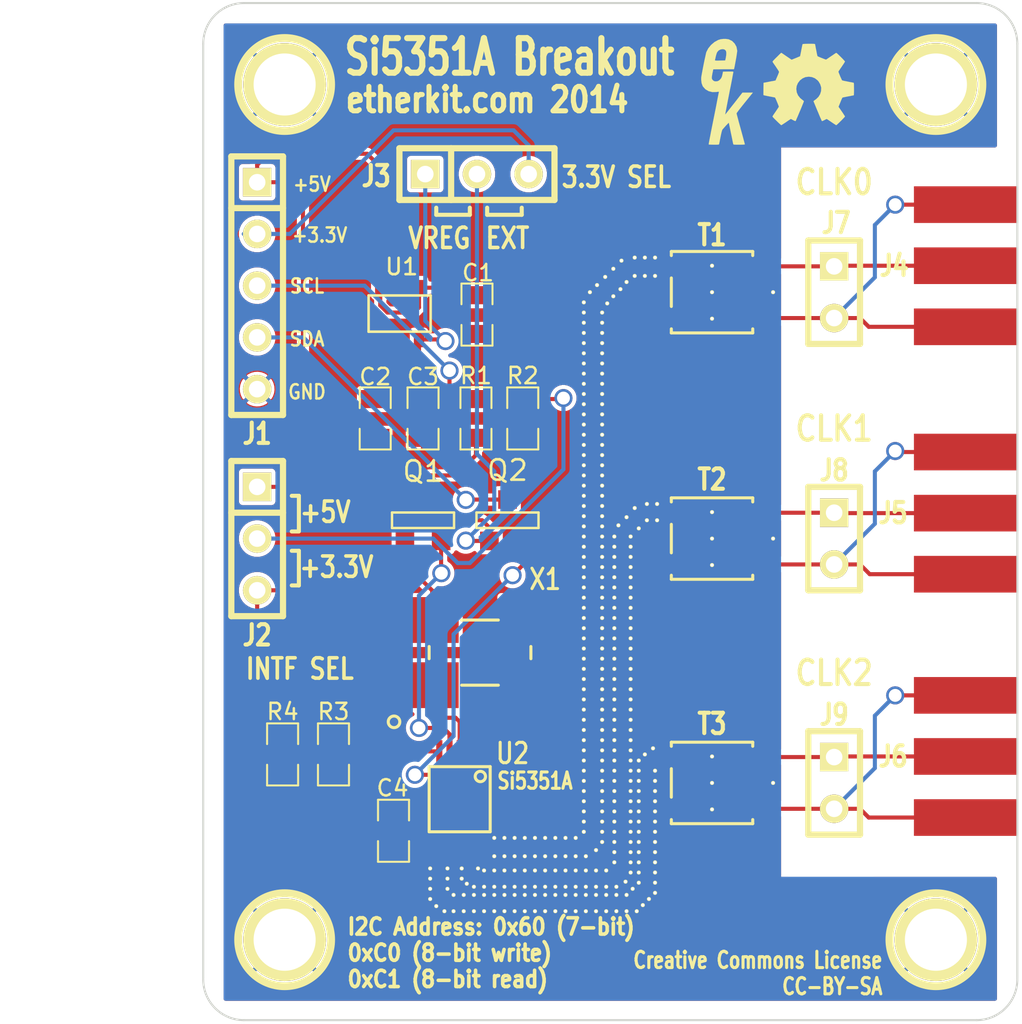
<source format=kicad_pcb>
(kicad_pcb (version 3) (host pcbnew "(2014-03-19 BZR 4756)-product")
  (title_block (title "Si5351A Breakout") (date "30 May 2014") (rev A) (company Etherkit) (comment 4 "Creative Commons Licence CC-BY-SA"))
  (layers (15 F.Cu signal) (0 B.Cu signal) (18 B.Paste user) (19 F.Paste user) (20 B.SilkS user) (21 F.SilkS user) (22 B.Mask user) (23 F.Mask user) (28 Edge.Cuts user))
  (net 0 "")
  (net 1 +3.3V)
  (net 2 GND)
  (net 3 "Net-(J1-Pad3)")
  (net 4 "Net-(J2-Pad2)")
  (net 5 "Net-(J4-Pad1)")
  (net 6 "Net-(J4-Pad2)")
  (net 7 "Net-(T1-Pad6)")
  (net 8 "Net-(T2-Pad6)")
  (net 9 "Net-(T3-Pad6)")
  (net 10 +5V)
  (net 11 "Net-(C2-Pad1)")
  (net 12 "Net-(C3-Pad1)")
  (net 13 "Net-(J1-Pad4)")
  (net 14 "Net-(J5-Pad1)")
  (net 15 "Net-(J5-Pad2)")
  (net 16 "Net-(J6-Pad1)")
  (net 17 "Net-(J6-Pad2)")
  (net 18 "Net-(Q1-Pad1)")
  (net 19 "Net-(Q2-Pad1)")
  (net 20 "Net-(U2-Pad2)")
  (net 21 "Net-(U2-Pad3)")
  (net 22 +3.3VREG)
  (module EtherkitKicadLibrary:SM0805 (layer F.Cu) (at 113.45 65.3 270)
    (fp_text reference C1 (at -2.05 -0.05 540) (layer F.SilkS) (effects (font (size 0.8 0.8) (thickness 0.12))))
    (fp_text value "1u MLCC" hide)
    (pad 1 smd rect (at -0.9525 0 270) (size 0.889 1.397) (layers F.Cu F.Paste F.Mask) (net 10 +5V))
    (pad 2 smd rect (at 0.9525 0 270) (size 0.889 1.397) (layers F.Cu F.Paste F.Mask) (net 2 GND))
  )
  (module EtherkitKicadLibrary:SIL-2 (layer F.Cu) (at 131 64.2 270)
    (fp_text reference J7 (at -3.4 -0.1 360) (layer F.SilkS) (effects (font (size 1 0.8) (thickness 0.2))))
    (fp_text value CLK0 hide)
    (pad 1 thru_hole rect (at -1.27 0 270) (size 1.397 1.397) (drill 0.8128) (layers *.Cu *.Mask F.SilkS) (net 5 "Net-(J4-Pad1)"))
    (pad 2 thru_hole circle (at 1.27 0 270) (size 1.397 1.397) (drill 0.8128) (layers *.Cu *.Mask F.SilkS) (net 6 "Net-(J4-Pad2)"))
  )
  (module EtherkitKicadLibrary:SM0805 (layer F.Cu) (at 113.4 70.4 270)
    (fp_text reference R1 (at -2.1 0 360) (layer F.SilkS) (effects (font (size 0.8 0.8) (thickness 0.12))))
    (fp_text value 10k hide)
    (pad 1 smd rect (at -0.9525 0 270) (size 0.889 1.397) (layers F.Cu F.Paste F.Mask) (net 4 "Net-(J2-Pad2)"))
    (pad 2 smd rect (at 0.9525 0 270) (size 0.889 1.397) (layers F.Cu F.Paste F.Mask) (net 3 "Net-(J1-Pad3)"))
  )
  (module EtherkitKicadLibrary:SM0805 (layer F.Cu) (at 115.7 70.4 270)
    (fp_text reference R2 (at -2.1 0 360) (layer F.SilkS) (effects (font (size 0.8 0.8) (thickness 0.12))))
    (fp_text value 10k hide)
    (pad 1 smd rect (at -0.9525 0 270) (size 0.889 1.397) (layers F.Cu F.Paste F.Mask) (net 4 "Net-(J2-Pad2)"))
    (pad 2 smd rect (at 0.9525 0 270) (size 0.889 1.397) (layers F.Cu F.Paste F.Mask) (net 13 "Net-(J1-Pad4)"))
  )
  (module EtherkitKicadLibrary:TC1-6X+ (layer F.Cu) (at 125 64.2 270)
    (fp_text reference T1 (at -2.8 0 360) (layer F.SilkS) (effects (font (size 1 0.8) (thickness 0.2))))
    (fp_text value "Mini-Circuits TC1-6X+" hide)
    (pad 1 smd rect (at -1.27 -1.59 270) (size 0.76 1.65) (layers F.Cu F.Paste F.Mask) (net 5 "Net-(J4-Pad1)"))
    (pad 2 smd rect (at 0 -1.59 270) (size 0.76 1.65) (layers F.Cu F.Paste F.Mask))
    (pad 3 smd rect (at 1.27 -1.59 270) (size 0.76 1.65) (layers F.Cu F.Paste F.Mask) (net 6 "Net-(J4-Pad2)"))
    (pad 4 smd rect (at 1.27 1.59 270) (size 0.76 1.65) (layers F.Cu F.Paste F.Mask) (net 2 GND))
    (pad 6 smd rect (at -1.27 1.59 270) (size 0.76 1.65) (layers F.Cu F.Paste F.Mask) (net 7 "Net-(T1-Pad6)"))
  )
  (module EtherkitKicadLibrary:TC1-6X+ (layer F.Cu) (at 125 76.3 270)
    (fp_text reference T2 (at -2.9 0 360) (layer F.SilkS) (effects (font (size 1 0.8) (thickness 0.2))))
    (fp_text value "Mini-Circuits TC1-6X+" hide)
    (pad 1 smd rect (at -1.27 -1.59 270) (size 0.76 1.65) (layers F.Cu F.Paste F.Mask) (net 14 "Net-(J5-Pad1)"))
    (pad 2 smd rect (at 0 -1.59 270) (size 0.76 1.65) (layers F.Cu F.Paste F.Mask))
    (pad 3 smd rect (at 1.27 -1.59 270) (size 0.76 1.65) (layers F.Cu F.Paste F.Mask) (net 15 "Net-(J5-Pad2)"))
    (pad 4 smd rect (at 1.27 1.59 270) (size 0.76 1.65) (layers F.Cu F.Paste F.Mask) (net 2 GND))
    (pad 6 smd rect (at -1.27 1.59 270) (size 0.76 1.65) (layers F.Cu F.Paste F.Mask) (net 8 "Net-(T2-Pad6)"))
  )
  (module EtherkitKicadLibrary:TC1-6X+ (layer F.Cu) (at 125 88.3 270)
    (fp_text reference T3 (at -2.9 0 360) (layer F.SilkS) (effects (font (size 1 0.8) (thickness 0.2))))
    (fp_text value "Mini-Circuits TC1-6X+" hide)
    (pad 1 smd rect (at -1.27 -1.59 270) (size 0.76 1.65) (layers F.Cu F.Paste F.Mask) (net 16 "Net-(J6-Pad1)"))
    (pad 2 smd rect (at 0 -1.59 270) (size 0.76 1.65) (layers F.Cu F.Paste F.Mask))
    (pad 3 smd rect (at 1.27 -1.59 270) (size 0.76 1.65) (layers F.Cu F.Paste F.Mask) (net 17 "Net-(J6-Pad2)"))
    (pad 4 smd rect (at 1.27 1.59 270) (size 0.76 1.65) (layers F.Cu F.Paste F.Mask) (net 2 GND))
    (pad 6 smd rect (at -1.27 1.59 270) (size 0.76 1.65) (layers F.Cu F.Paste F.Mask) (net 9 "Net-(T3-Pad6)"))
  )
  (module EtherkitKicadLibrary:MOUNTINGHOLE (layer F.Cu) (at 104 54)
    (fp_text reference 1PIN hide)
    (fp_text value P*** hide)
    (pad 1 thru_hole circle (at 0 0) (size 4.064 4.064) (drill 3.048) (layers *.Cu *.Mask F.SilkS) (net 2 GND))
  )
  (module EtherkitKicadLibrary:MOUNTINGHOLE (layer F.Cu) (at 136 54)
    (fp_text reference 1PIN hide)
    (fp_text value P*** hide)
    (pad 1 thru_hole circle (at 0 0) (size 4.064 4.064) (drill 3.048) (layers *.Cu *.Mask F.SilkS) (net 2 GND))
  )
  (module EtherkitKicadLibrary:MOUNTINGHOLE (layer F.Cu) (at 104 96)
    (fp_text reference 1PIN hide)
    (fp_text value P*** hide)
    (pad 1 thru_hole circle (at 0 0) (size 4.064 4.064) (drill 3.048) (layers *.Cu *.Mask F.SilkS) (net 2 GND))
  )
  (module EtherkitKicadLibrary:MOUNTINGHOLE (layer F.Cu) (at 136 96)
    (fp_text reference 1PIN hide)
    (fp_text value P*** hide)
    (pad 1 thru_hole circle (at 0 0) (size 4.064 4.064) (drill 3.048) (layers *.Cu *.Mask F.SilkS) (net 2 GND))
  )
  (module EtherkitKicadLibrary:VIA (layer F.Cu) (at 111.15 92.5)
    (fp_text reference VIA hide)
    (fp_text value VAL** hide)
    (pad "" thru_hole circle (at 0 0) (size 0.2 0.2) (drill 0.15) (layers *.Cu *.Mask F.SilkS) (net 2 GND) (clearance 0.05))
  )
  (module EtherkitKicadLibrary:VIA (layer F.Cu) (at 108.1 86.2)
    (fp_text reference VIA hide)
    (fp_text value VAL** hide)
  )
  (module EtherkitKicadLibrary:VIA (layer F.Cu) (at 128 88.3)
    (fp_text reference VIA hide)
    (fp_text value VAL** hide)
    (pad "" thru_hole circle (at 0 0) (size 0.2 0.2) (drill 0.15) (layers *.Cu *.Mask F.SilkS) (net 2 GND) (clearance 0.05))
  )
  (module EtherkitKicadLibrary:VIA (layer F.Cu) (at 125 88.3)
    (fp_text reference VIA hide)
    (fp_text value VAL** hide)
    (pad "" thru_hole circle (at 0 0) (size 0.2 0.2) (drill 0.15) (layers *.Cu *.Mask F.SilkS) (net 2 GND) (clearance 0.05))
  )
  (module EtherkitKicadLibrary:VIA (layer F.Cu) (at 125 87)
    (fp_text reference VIA hide)
    (fp_text value VAL** hide)
    (pad "" thru_hole circle (at 0 0) (size 0.2 0.2) (drill 0.15) (layers *.Cu *.Mask F.SilkS) (net 2 GND) (clearance 0.05))
  )
  (module EtherkitKicadLibrary:VIA (layer F.Cu) (at 125 89.6)
    (fp_text reference VIA hide)
    (fp_text value VAL** hide)
    (pad "" thru_hole circle (at 0 0) (size 0.2 0.2) (drill 0.15) (layers *.Cu *.Mask F.SilkS) (net 2 GND) (clearance 0.05))
  )
  (module EtherkitKicadLibrary:VIA (layer F.Cu) (at 108.1 85.2)
    (fp_text reference VIA hide)
    (fp_text value VAL** hide)
  )
  (module EtherkitKicadLibrary:VIA (layer F.Cu) (at 128 76.3)
    (fp_text reference VIA hide)
    (fp_text value VAL** hide)
    (pad "" thru_hole circle (at 0 0) (size 0.2 0.2) (drill 0.15) (layers *.Cu *.Mask F.SilkS) (net 2 GND) (clearance 0.05))
  )
  (module EtherkitKicadLibrary:VIA (layer F.Cu) (at 125 76.3)
    (fp_text reference VIA hide)
    (fp_text value VAL** hide)
    (pad "" thru_hole circle (at 0 0) (size 0.2 0.2) (drill 0.15) (layers *.Cu *.Mask F.SilkS) (net 2 GND) (clearance 0.05))
  )
  (module EtherkitKicadLibrary:VIA (layer F.Cu) (at 125 75)
    (fp_text reference VIA hide)
    (fp_text value VAL** hide)
    (pad "" thru_hole circle (at 0 0) (size 0.2 0.2) (drill 0.15) (layers *.Cu *.Mask F.SilkS) (net 2 GND) (clearance 0.05))
  )
  (module EtherkitKicadLibrary:VIA (layer F.Cu) (at 125 77.6)
    (fp_text reference VIA hide)
    (fp_text value VAL** hide)
    (pad "" thru_hole circle (at 0 0) (size 0.2 0.2) (drill 0.15) (layers *.Cu *.Mask F.SilkS) (net 2 GND) (clearance 0.05))
  )
  (module EtherkitKicadLibrary:VIA (layer F.Cu) (at 128 64.2)
    (fp_text reference VIA hide)
    (fp_text value VAL** hide)
    (pad "" thru_hole circle (at 0 0) (size 0.2 0.2) (drill 0.15) (layers *.Cu *.Mask F.SilkS) (net 2 GND) (clearance 0.05))
  )
  (module EtherkitKicadLibrary:VIA (layer F.Cu) (at 125 64.2)
    (fp_text reference VIA hide)
    (fp_text value VAL** hide)
    (pad "" thru_hole circle (at 0 0) (size 0.2 0.2) (drill 0.15) (layers *.Cu *.Mask F.SilkS) (net 2 GND) (clearance 0.05))
  )
  (module EtherkitKicadLibrary:VIA (layer F.Cu) (at 125 65.5)
    (fp_text reference VIA hide)
    (fp_text value VAL** hide)
    (pad "" thru_hole circle (at 0 0) (size 0.2 0.2) (drill 0.15) (layers *.Cu *.Mask F.SilkS) (net 2 GND) (clearance 0.05))
  )
  (module EtherkitKicadLibrary:VIA (layer F.Cu) (at 125 62.9)
    (fp_text reference VIA hide)
    (fp_text value VAL** hide)
    (pad "" thru_hole circle (at 0 0) (size 0.2 0.2) (drill 0.15) (layers *.Cu *.Mask F.SilkS) (net 2 GND) (clearance 0.05))
  )
  (module EtherkitKicadLibrary:OSHWLogo4mm (layer F.Cu) (at 129.75 54)
    (fp_text reference G*** hide)
    (fp_text value LOGO hide)
  )
  (module EtherkitKicadLibrary:EtherkitLogoSmall (layer F.Cu) (at 125.75 54.35)
    (fp_text reference Ref** hide)
    (fp_text value Val** hide)
  )
  (module EtherkitKicadLibrary:SM0805 (layer F.Cu) (at 108.45 70.4 270)
    (fp_text reference C2 (at -2.05 0 360) (layer F.SilkS) (effects (font (size 0.8 0.8) (thickness 0.12))))
    (fp_text value 10n hide)
    (pad 1 smd rect (at -0.9525 0 270) (size 0.889 1.397) (layers F.Cu F.Paste F.Mask) (net 11 "Net-(C2-Pad1)"))
    (pad 2 smd rect (at 0.9525 0 270) (size 0.889 1.397) (layers F.Cu F.Paste F.Mask) (net 2 GND))
  )
  (module EtherkitKicadLibrary:SM0805 (layer F.Cu) (at 110.8 70.4 270)
    (fp_text reference C3 (at -2.05 0 360) (layer F.SilkS) (effects (font (size 0.8 0.8) (thickness 0.12))))
    (fp_text value "4.7u MLCC" hide)
    (pad 1 smd rect (at -0.9525 0 270) (size 0.889 1.397) (layers F.Cu F.Paste F.Mask) (net 12 "Net-(C3-Pad1)"))
    (pad 2 smd rect (at 0.9525 0 270) (size 0.889 1.397) (layers F.Cu F.Paste F.Mask) (net 2 GND))
  )
  (module EtherkitKicadLibrary:SM0805 (layer F.Cu) (at 109.35 90.65 270)
    (fp_text reference C4 (at -2.1 0.05 360) (layer F.SilkS) (effects (font (size 0.8 0.8) (thickness 0.12))))
    (fp_text value 100n hide)
    (pad 1 smd rect (at -0.9525 0 270) (size 0.889 1.397) (layers F.Cu F.Paste F.Mask) (net 22 +3.3VREG))
    (pad 2 smd rect (at 0.9525 0 270) (size 0.889 1.397) (layers F.Cu F.Paste F.Mask) (net 2 GND))
  )
  (module EtherkitKicadLibrary:SIL-5 (layer F.Cu) (at 102.65 65.15 270)
    (fp_text reference J1 (at 6 0 360) (layer F.SilkS) (effects (font (size 1 0.8) (thickness 0.2))))
    (fp_text value Power/Data hide)
    (pad 1 thru_hole rect (at -6.35 0 270) (size 1.397 1.397) (drill 0.8128) (layers *.Cu *.Mask F.SilkS) (net 10 +5V))
    (pad 2 thru_hole circle (at -3.81 0 270) (size 1.397 1.397) (drill 0.8128) (layers *.Cu *.Mask F.SilkS) (net 1 +3.3V))
    (pad 3 thru_hole circle (at -1.27 0 270) (size 1.397 1.397) (drill 0.8128) (layers *.Cu *.Mask F.SilkS) (net 3 "Net-(J1-Pad3)"))
    (pad 4 thru_hole circle (at 1.27 0 270) (size 1.397 1.397) (drill 0.8128) (layers *.Cu *.Mask F.SilkS) (net 13 "Net-(J1-Pad4)"))
    (pad 5 thru_hole circle (at 3.81 0 270) (size 1.397 1.397) (drill 0.8128) (layers *.Cu *.Mask F.SilkS) (net 2 GND))
  )
  (module EtherkitKicadLibrary:SIL-3 (layer F.Cu) (at 102.65 76.3 270)
    (fp_text reference J2 (at 4.75 0 360) (layer F.SilkS) (effects (font (size 1 0.8) (thickness 0.2))))
    (fp_text value "PS SEL" hide)
    (pad 1 thru_hole rect (at -2.54 0 270) (size 1.397 1.397) (drill 0.8128) (layers *.Cu *.Mask F.SilkS) (net 10 +5V))
    (pad 2 thru_hole circle (at 0 0 270) (size 1.397 1.397) (drill 0.8128) (layers *.Cu *.Mask F.SilkS) (net 4 "Net-(J2-Pad2)"))
    (pad 3 thru_hole circle (at 2.54 0 270) (size 1.397 1.397) (drill 0.8128) (layers *.Cu *.Mask F.SilkS) (net 22 +3.3VREG))
  )
  (module EtherkitKicadLibrary:SIL-3 (layer F.Cu) (at 113.45 58.4)
    (fp_text reference J3 (at -4.95 0.1) (layer F.SilkS) (effects (font (size 1 0.8) (thickness 0.2))))
    (fp_text value "3.3V SEL" hide)
    (pad 1 thru_hole rect (at -2.54 0) (size 1.397 1.397) (drill 0.8128) (layers *.Cu *.Mask F.SilkS) (net 12 "Net-(C3-Pad1)"))
    (pad 2 thru_hole circle (at 0 0) (size 1.397 1.397) (drill 0.8128) (layers *.Cu *.Mask F.SilkS) (net 22 +3.3VREG))
    (pad 3 thru_hole circle (at 2.54 0) (size 1.397 1.397) (drill 0.8128) (layers *.Cu *.Mask F.SilkS) (net 1 +3.3V))
  )
  (module EtherkitKicadLibrary:SMA-ENDLAUNCH (layer F.Cu) (at 140 75.05 90)
    (fp_text reference J5 (at 0 -6.1 180) (layer F.SilkS) (effects (font (size 1 0.8) (thickness 0.2))))
    (fp_text value SMA-F hide)
    (pad 1 smd rect (at 0 -2.54 90) (size 1.8 5.08) (layers F.Cu F.Paste F.Mask) (net 14 "Net-(J5-Pad1)"))
    (pad 2 smd rect (at 3 -2.54 90) (size 1.8 5.08) (layers F.Cu F.Paste F.Mask) (net 15 "Net-(J5-Pad2)"))
    (pad 2 smd rect (at -3 -2.54 90) (size 1.8 5.08) (layers F.Cu F.Paste F.Mask) (net 15 "Net-(J5-Pad2)"))
  )
  (module EtherkitKicadLibrary:SMA-ENDLAUNCH (layer F.Cu) (at 140 87 90)
    (fp_text reference J6 (at 0 -6.1 180) (layer F.SilkS) (effects (font (size 1 0.8) (thickness 0.2))))
    (fp_text value SMA-F hide)
    (pad 1 smd rect (at 0 -2.54 90) (size 1.8 5.08) (layers F.Cu F.Paste F.Mask) (net 16 "Net-(J6-Pad1)"))
    (pad 2 smd rect (at 3 -2.54 90) (size 1.8 5.08) (layers F.Cu F.Paste F.Mask) (net 17 "Net-(J6-Pad2)"))
    (pad 2 smd rect (at -3 -2.54 90) (size 1.8 5.08) (layers F.Cu F.Paste F.Mask) (net 17 "Net-(J6-Pad2)"))
  )
  (module EtherkitKicadLibrary:SIL-2 (layer F.Cu) (at 131 76.3 270)
    (fp_text reference J8 (at -3.35 0 360) (layer F.SilkS) (effects (font (size 1 0.8) (thickness 0.2))))
    (fp_text value CLK1 hide)
    (pad 1 thru_hole rect (at -1.27 0 270) (size 1.397 1.397) (drill 0.8128) (layers *.Cu *.Mask F.SilkS) (net 14 "Net-(J5-Pad1)"))
    (pad 2 thru_hole circle (at 1.27 0 270) (size 1.397 1.397) (drill 0.8128) (layers *.Cu *.Mask F.SilkS) (net 15 "Net-(J5-Pad2)"))
  )
  (module EtherkitKicadLibrary:SIL-2 (layer F.Cu) (at 131 88.3 270)
    (fp_text reference J9 (at -3.35 0 360) (layer F.SilkS) (effects (font (size 1 0.8) (thickness 0.2))))
    (fp_text value CLK2 hide)
    (pad 1 thru_hole rect (at -1.27 0 270) (size 1.397 1.397) (drill 0.8128) (layers *.Cu *.Mask F.SilkS) (net 16 "Net-(J6-Pad1)"))
    (pad 2 thru_hole circle (at 1.27 0 270) (size 1.397 1.397) (drill 0.8128) (layers *.Cu *.Mask F.SilkS) (net 17 "Net-(J6-Pad2)"))
  )
  (module EtherkitKicadLibrary:SOT23-2N7002 (layer F.Cu) (at 110.8 75.4 180)
    (fp_text reference Q1 (at 0 2.4 360) (layer F.SilkS) (effects (font (thickness 0.12954))))
    (fp_text value 2N7002 hide)
    (pad 1 smd rect (at -0.889 -1.016 180) (size 0.9144 0.9144) (layers F.Cu F.Paste F.Mask) (net 18 "Net-(Q1-Pad1)"))
    (pad 2 smd rect (at 0.889 -1.016 180) (size 0.9144 0.9144) (layers F.Cu F.Paste F.Mask) (net 22 +3.3VREG))
    (pad 3 smd rect (at 0 1.016 180) (size 0.9144 0.9144) (layers F.Cu F.Paste F.Mask) (net 3 "Net-(J1-Pad3)"))
  )
  (module EtherkitKicadLibrary:SOT23-2N7002 (layer F.Cu) (at 114.95 75.4 180)
    (fp_text reference Q2 (at 0 2.45 360) (layer F.SilkS) (effects (font (thickness 0.12954))))
    (fp_text value 2N7002 hide)
    (pad 1 smd rect (at -0.889 -1.016 180) (size 0.9144 0.9144) (layers F.Cu F.Paste F.Mask) (net 19 "Net-(Q2-Pad1)"))
    (pad 2 smd rect (at 0.889 -1.016 180) (size 0.9144 0.9144) (layers F.Cu F.Paste F.Mask) (net 22 +3.3VREG))
    (pad 3 smd rect (at 0 1.016 180) (size 0.9144 0.9144) (layers F.Cu F.Paste F.Mask) (net 13 "Net-(J1-Pad4)"))
  )
  (module EtherkitKicadLibrary:SM0805 (layer F.Cu) (at 106.4 86.9 270)
    (fp_text reference R3 (at -2.1 0 360) (layer F.SilkS) (effects (font (size 0.8 0.8) (thickness 0.12))))
    (fp_text value 10k hide)
    (pad 1 smd rect (at -0.9525 0 270) (size 0.889 1.397) (layers F.Cu F.Paste F.Mask) (net 22 +3.3VREG))
    (pad 2 smd rect (at 0.9525 0 270) (size 0.889 1.397) (layers F.Cu F.Paste F.Mask) (net 18 "Net-(Q1-Pad1)"))
  )
  (module EtherkitKicadLibrary:SM0805 (layer F.Cu) (at 103.9 86.9 270)
    (fp_text reference R4 (at -2.1 0 360) (layer F.SilkS) (effects (font (size 0.8 0.8) (thickness 0.12))))
    (fp_text value 10k hide)
    (pad 1 smd rect (at -0.9525 0 270) (size 0.889 1.397) (layers F.Cu F.Paste F.Mask) (net 22 +3.3VREG))
    (pad 2 smd rect (at 0.9525 0 270) (size 0.889 1.397) (layers F.Cu F.Paste F.Mask) (net 19 "Net-(Q2-Pad1)"))
  )
  (module EtherkitKicadLibrary:SOT23-5 (layer F.Cu) (at 109.65 65.25 180)
    (fp_text reference U1 (at -0.1 2.3 360) (layer F.SilkS) (effects (font (size 0.8 0.8) (thickness 0.127))))
    (fp_text value LP2985-3.3 hide)
    (pad 1 smd rect (at -0.9525 1.27 180) (size 0.508 0.762) (layers F.Cu F.Paste F.Mask) (net 10 +5V))
    (pad 3 smd rect (at 0.9525 1.27 180) (size 0.508 0.762) (layers F.Cu F.Paste F.Mask) (net 10 +5V))
    (pad 5 smd rect (at -0.9525 -1.27 180) (size 0.508 0.762) (layers F.Cu F.Paste F.Mask) (net 12 "Net-(C3-Pad1)"))
    (pad 2 smd rect (at 0 1.27 180) (size 0.508 0.762) (layers F.Cu F.Paste F.Mask) (net 2 GND))
    (pad 4 smd rect (at 0.9525 -1.27 180) (size 0.508 0.762) (layers F.Cu F.Paste F.Mask) (net 11 "Net-(C2-Pad1)"))
  )
  (module EtherkitKicadLibrary:MSOP-10 (layer F.Cu) (at 112.6 89.1 180)
    (fp_text reference U2 (at -2.6 2.25 180) (layer F.SilkS) (effects (font (size 1 0.8))))
    (fp_text value Si5351A (at -3.7 0.9 180) (layer F.SilkS) (effects (font (size 0.8 0.6))))
    (pad 1 smd rect (at -1 2.35 180) (size 0.3 1.1) (layers F.Cu F.Paste F.Mask) (net 22 +3.3VREG))
    (pad 2 smd rect (at -0.5 2.35 180) (size 0.3 1.1) (layers F.Cu F.Paste F.Mask) (net 20 "Net-(U2-Pad2)"))
    (pad 3 smd rect (at 0 2.35 180) (size 0.3 1.1) (layers F.Cu F.Paste F.Mask) (net 21 "Net-(U2-Pad3)"))
    (pad 4 smd rect (at 0.5 2.35 180) (size 0.3 1.1) (layers F.Cu F.Paste F.Mask) (net 18 "Net-(Q1-Pad1)"))
    (pad 5 smd rect (at 1 2.35 180) (size 0.3 1.1) (layers F.Cu F.Paste F.Mask) (net 19 "Net-(Q2-Pad1)"))
    (pad 6 smd rect (at 1.016 -2.35 180) (size 0.3 1.1) (layers F.Cu F.Paste F.Mask) (net 9 "Net-(T3-Pad6)"))
    (pad 7 smd rect (at 0.508 -2.35 180) (size 0.3 1.1) (layers F.Cu F.Paste F.Mask) (net 22 +3.3VREG))
    (pad 8 smd rect (at 0 -2.35 180) (size 0.3 1.1) (layers F.Cu F.Paste F.Mask) (net 2 GND))
    (pad 9 smd rect (at -0.508 -2.35 180) (size 0.3 1.1) (layers F.Cu F.Paste F.Mask) (net 8 "Net-(T2-Pad6)"))
    (pad 10 smd rect (at -1.016 -2.35 180) (size 0.3 1.1) (layers F.Cu F.Paste F.Mask) (net 7 "Net-(T1-Pad6)"))
  )
  (module EtherkitKicadLibrary:ECS-250-8-30B-CKM (layer F.Cu) (at 113.6 81.9)
    (fp_text reference X1 (at 3.2 -3.6) (layer F.SilkS) (effects (font (size 1 0.8))))
    (fp_text value "FOX924B-25.000 or ECS-250-8-30B-CKM" hide)
    (pad 1 smd rect (at -2.35 1.6) (size 2.6 2.25) (layers F.Cu F.Paste F.Mask) (net 21 "Net-(U2-Pad3)"))
    (pad 2 smd rect (at 2.35 1.6) (size 2.6 2.25) (layers F.Cu F.Paste F.Mask) (net 2 GND))
    (pad 3 smd rect (at 2.35 -1.6) (size 2.6 2.25) (layers F.Cu F.Paste F.Mask) (net 20 "Net-(U2-Pad2)"))
    (pad 4 smd rect (at -2.35 -1.6) (size 2.6 2.25) (layers F.Cu F.Paste F.Mask) (net 22 +3.3VREG))
  )
  (module EtherkitKicadLibrary:SMA-ENDLAUNCH (layer F.Cu) (at 140 62.9 90)
    (fp_text reference J4 (at 0 -6.05 180) (layer F.SilkS) (effects (font (size 1 0.8) (thickness 0.2))))
    (fp_text value SMA-F hide)
    (pad 1 smd rect (at 0 -2.54 90) (size 1.8 5.08) (layers F.Cu F.Paste F.Mask) (net 5 "Net-(J4-Pad1)"))
    (pad 2 smd rect (at 3 -2.54 90) (size 1.8 5.08) (layers F.Cu F.Paste F.Mask) (net 6 "Net-(J4-Pad2)"))
    (pad 2 smd rect (at -3 -2.54 90) (size 1.8 5.08) (layers F.Cu F.Paste F.Mask) (net 6 "Net-(J4-Pad2)"))
  )
  (module EtherkitKicadLibrary:VIA (layer F.Cu) (at 112 92.5)
    (fp_text reference VIA hide)
    (fp_text value VAL** hide)
    (pad "" thru_hole circle (at 0 0) (size 0.2 0.2) (drill 0.15) (layers *.Cu *.Mask F.SilkS) (net 2 GND) (clearance 0.05))
  )
  (module EtherkitKicadLibrary:VIA (layer F.Cu) (at 112 93)
    (fp_text reference VIA hide)
    (fp_text value VAL** hide)
    (pad "" thru_hole circle (at 0 0) (size 0.2 0.2) (drill 0.15) (layers *.Cu *.Mask F.SilkS) (net 2 GND) (clearance 0.05))
  )
  (module EtherkitKicadLibrary:VIA (layer F.Cu) (at 111.15 93)
    (fp_text reference VIA hide)
    (fp_text value VAL** hide)
    (pad "" thru_hole circle (at 0 0) (size 0.2 0.2) (drill 0.15) (layers *.Cu *.Mask F.SilkS) (net 2 GND) (clearance 0.05))
  )
  (module EtherkitKicadLibrary:VIA (layer F.Cu) (at 112 93.5)
    (fp_text reference VIA hide)
    (fp_text value VAL** hide)
    (pad "" thru_hole circle (at 0 0) (size 0.2 0.2) (drill 0.15) (layers *.Cu *.Mask F.SilkS) (net 2 GND) (clearance 0.05))
  )
  (module EtherkitKicadLibrary:VIA (layer F.Cu) (at 111.15 93.5)
    (fp_text reference VIA hide)
    (fp_text value VAL** hide)
    (pad "" thru_hole circle (at 0 0) (size 0.2 0.2) (drill 0.15) (layers *.Cu *.Mask F.SilkS) (net 2 GND) (clearance 0.05))
  )
  (module EtherkitKicadLibrary:VIA (layer F.Cu) (at 111.45 94.35)
    (fp_text reference VIA hide)
    (fp_text value VAL** hide)
    (pad "" thru_hole circle (at 0 0) (size 0.2 0.2) (drill 0.15) (layers *.Cu *.Mask F.SilkS) (net 2 GND) (clearance 0.05))
  )
  (module EtherkitKicadLibrary:VIA (layer F.Cu) (at 112.3 93.8)
    (fp_text reference VIA hide)
    (fp_text value VAL** hide)
    (pad "" thru_hole circle (at 0 0) (size 0.2 0.2) (drill 0.15) (layers *.Cu *.Mask F.SilkS) (net 2 GND) (clearance 0.05))
  )
  (module EtherkitKicadLibrary:VIA (layer F.Cu) (at 112.8 94.6)
    (fp_text reference VIA hide)
    (fp_text value VAL** hide)
    (pad "" thru_hole circle (at 0 0) (size 0.2 0.2) (drill 0.15) (layers *.Cu *.Mask F.SilkS) (net 2 GND) (clearance 0.05))
  )
  (module EtherkitKicadLibrary:VIA (layer F.Cu) (at 112.3 94.6)
    (fp_text reference VIA hide)
    (fp_text value VAL** hide)
    (pad "" thru_hole circle (at 0 0) (size 0.2 0.2) (drill 0.15) (layers *.Cu *.Mask F.SilkS) (net 2 GND) (clearance 0.05))
  )
  (module EtherkitKicadLibrary:VIA (layer F.Cu) (at 111.15 94)
    (fp_text reference VIA hide)
    (fp_text value VAL** hide)
    (pad "" thru_hole circle (at 0 0) (size 0.2 0.2) (drill 0.15) (layers *.Cu *.Mask F.SilkS) (net 2 GND) (clearance 0.05))
  )
  (module EtherkitKicadLibrary:VIA (layer F.Cu) (at 111.85 94.6)
    (fp_text reference VIA hide)
    (fp_text value VAL** hide)
    (pad "" thru_hole circle (at 0 0) (size 0.2 0.2) (drill 0.15) (layers *.Cu *.Mask F.SilkS) (net 2 GND) (clearance 0.05))
  )
  (module EtherkitKicadLibrary:VIA (layer F.Cu) (at 112.8 93.8)
    (fp_text reference VIA hide)
    (fp_text value VAL** hide)
    (pad "" thru_hole circle (at 0 0) (size 0.2 0.2) (drill 0.15) (layers *.Cu *.Mask F.SilkS) (net 2 GND) (clearance 0.05))
  )
  (module EtherkitKicadLibrary:VIA (layer F.Cu) (at 113.3 93.8)
    (fp_text reference VIA hide)
    (fp_text value VAL** hide)
    (pad "" thru_hole circle (at 0 0) (size 0.2 0.2) (drill 0.15) (layers *.Cu *.Mask F.SilkS) (net 2 GND) (clearance 0.05))
  )
  (module EtherkitKicadLibrary:VIA (layer F.Cu) (at 113.8 93.8)
    (fp_text reference VIA hide)
    (fp_text value VAL** hide)
    (pad "" thru_hole circle (at 0 0) (size 0.2 0.2) (drill 0.15) (layers *.Cu *.Mask F.SilkS) (net 2 GND) (clearance 0.05))
  )
  (module EtherkitKicadLibrary:VIA (layer F.Cu) (at 114.3 93.8)
    (fp_text reference VIA hide)
    (fp_text value VAL** hide)
    (pad "" thru_hole circle (at 0 0) (size 0.2 0.2) (drill 0.15) (layers *.Cu *.Mask F.SilkS) (net 2 GND) (clearance 0.05))
  )
  (module EtherkitKicadLibrary:VIA (layer F.Cu) (at 114.8 93.8)
    (fp_text reference VIA hide)
    (fp_text value VAL** hide)
    (pad "" thru_hole circle (at 0 0) (size 0.2 0.2) (drill 0.15) (layers *.Cu *.Mask F.SilkS) (net 2 GND) (clearance 0.05))
  )
  (module EtherkitKicadLibrary:VIA (layer F.Cu) (at 115.3 93.8)
    (fp_text reference VIA hide)
    (fp_text value VAL** hide)
    (pad "" thru_hole circle (at 0 0) (size 0.2 0.2) (drill 0.15) (layers *.Cu *.Mask F.SilkS) (net 2 GND) (clearance 0.05))
  )
  (module EtherkitKicadLibrary:VIA (layer F.Cu) (at 113.8 93.4)
    (fp_text reference VIA hide)
    (fp_text value VAL** hide)
    (pad "" thru_hole circle (at 0 0) (size 0.2 0.2) (drill 0.15) (layers *.Cu *.Mask F.SilkS) (net 2 GND) (clearance 0.05))
  )
  (module EtherkitKicadLibrary:VIA (layer F.Cu) (at 114.3 93.4)
    (fp_text reference VIA hide)
    (fp_text value VAL** hide)
    (pad "" thru_hole circle (at 0 0) (size 0.2 0.2) (drill 0.15) (layers *.Cu *.Mask F.SilkS) (net 2 GND) (clearance 0.05))
  )
  (module EtherkitKicadLibrary:VIA (layer F.Cu) (at 113.3 93.4)
    (fp_text reference VIA hide)
    (fp_text value VAL** hide)
    (pad "" thru_hole circle (at 0 0) (size 0.2 0.2) (drill 0.15) (layers *.Cu *.Mask F.SilkS) (net 2 GND) (clearance 0.05))
  )
  (module EtherkitKicadLibrary:VIA (layer F.Cu) (at 115.8 93.8)
    (fp_text reference VIA hide)
    (fp_text value VAL** hide)
    (pad "" thru_hole circle (at 0 0) (size 0.2 0.2) (drill 0.15) (layers *.Cu *.Mask F.SilkS) (net 2 GND) (clearance 0.05))
  )
  (module EtherkitKicadLibrary:VIA (layer F.Cu) (at 116.3 93.8)
    (fp_text reference VIA hide)
    (fp_text value VAL** hide)
    (pad "" thru_hole circle (at 0 0) (size 0.2 0.2) (drill 0.15) (layers *.Cu *.Mask F.SilkS) (net 2 GND) (clearance 0.05))
  )
  (module EtherkitKicadLibrary:VIA (layer F.Cu) (at 116.8 93.8)
    (fp_text reference VIA hide)
    (fp_text value VAL** hide)
    (pad "" thru_hole circle (at 0 0) (size 0.2 0.2) (drill 0.15) (layers *.Cu *.Mask F.SilkS) (net 2 GND) (clearance 0.05))
  )
  (module EtherkitKicadLibrary:VIA (layer F.Cu) (at 117.3 93.8)
    (fp_text reference VIA hide)
    (fp_text value VAL** hide)
    (pad "" thru_hole circle (at 0 0) (size 0.2 0.2) (drill 0.15) (layers *.Cu *.Mask F.SilkS) (net 2 GND) (clearance 0.05))
  )
  (module EtherkitKicadLibrary:VIA (layer F.Cu) (at 117.8 93.8)
    (fp_text reference VIA hide)
    (fp_text value VAL** hide)
    (pad "" thru_hole circle (at 0 0) (size 0.2 0.2) (drill 0.15) (layers *.Cu *.Mask F.SilkS) (net 2 GND) (clearance 0.05))
  )
  (module EtherkitKicadLibrary:VIA (layer F.Cu) (at 118.3 93.8)
    (fp_text reference VIA hide)
    (fp_text value VAL** hide)
    (pad "" thru_hole circle (at 0 0) (size 0.2 0.2) (drill 0.15) (layers *.Cu *.Mask F.SilkS) (net 2 GND) (clearance 0.05))
  )
  (module EtherkitKicadLibrary:VIA (layer F.Cu) (at 118.8 93.8)
    (fp_text reference VIA hide)
    (fp_text value VAL** hide)
    (pad "" thru_hole circle (at 0 0) (size 0.2 0.2) (drill 0.15) (layers *.Cu *.Mask F.SilkS) (net 2 GND) (clearance 0.05))
  )
  (module EtherkitKicadLibrary:VIA (layer F.Cu) (at 119.3 93.8)
    (fp_text reference VIA hide)
    (fp_text value VAL** hide)
    (pad "" thru_hole circle (at 0 0) (size 0.2 0.2) (drill 0.15) (layers *.Cu *.Mask F.SilkS) (net 2 GND) (clearance 0.05))
  )
  (module EtherkitKicadLibrary:VIA (layer F.Cu) (at 119.8 93.8)
    (fp_text reference VIA hide)
    (fp_text value VAL** hide)
    (pad "" thru_hole circle (at 0 0) (size 0.2 0.2) (drill 0.15) (layers *.Cu *.Mask F.SilkS) (net 2 GND) (clearance 0.05))
  )
  (module EtherkitKicadLibrary:VIA (layer F.Cu) (at 120.3 93.8)
    (fp_text reference VIA hide)
    (fp_text value VAL** hide)
    (pad "" thru_hole circle (at 0 0) (size 0.2 0.2) (drill 0.15) (layers *.Cu *.Mask F.SilkS) (net 2 GND) (clearance 0.05))
  )
  (module EtherkitKicadLibrary:VIA (layer F.Cu) (at 120.8 93.8)
    (fp_text reference VIA hide)
    (fp_text value VAL** hide)
    (pad "" thru_hole circle (at 0 0) (size 0.2 0.2) (drill 0.15) (layers *.Cu *.Mask F.SilkS) (net 2 GND) (clearance 0.05))
  )
  (module EtherkitKicadLibrary:VIA (layer F.Cu) (at 121.4 93.2)
    (fp_text reference VIA hide)
    (fp_text value VAL** hide)
    (pad "" thru_hole circle (at 0 0) (size 0.2 0.2) (drill 0.15) (layers *.Cu *.Mask F.SilkS) (net 2 GND) (clearance 0.05))
  )
  (module EtherkitKicadLibrary:VIA (layer F.Cu) (at 121.1 93.5)
    (fp_text reference VIA hide)
    (fp_text value VAL** hide)
    (pad "" thru_hole circle (at 0 0) (size 0.2 0.2) (drill 0.15) (layers *.Cu *.Mask F.SilkS) (net 2 GND) (clearance 0.05))
  )
  (module EtherkitKicadLibrary:VIA (layer F.Cu) (at 121.4 92.7)
    (fp_text reference VIA hide)
    (fp_text value VAL** hide)
    (pad "" thru_hole circle (at 0 0) (size 0.2 0.2) (drill 0.15) (layers *.Cu *.Mask F.SilkS) (net 2 GND) (clearance 0.05))
  )
  (module EtherkitKicadLibrary:VIA (layer F.Cu) (at 121.4 92.2)
    (fp_text reference VIA hide)
    (fp_text value VAL** hide)
    (pad "" thru_hole circle (at 0 0) (size 0.2 0.2) (drill 0.15) (layers *.Cu *.Mask F.SilkS) (net 2 GND) (clearance 0.05))
  )
  (module EtherkitKicadLibrary:VIA (layer F.Cu) (at 121.4 91.7)
    (fp_text reference VIA hide)
    (fp_text value VAL** hide)
    (pad "" thru_hole circle (at 0 0) (size 0.2 0.2) (drill 0.15) (layers *.Cu *.Mask F.SilkS) (net 2 GND) (clearance 0.05))
  )
  (module EtherkitKicadLibrary:VIA (layer F.Cu) (at 121.4 91.2)
    (fp_text reference VIA hide)
    (fp_text value VAL** hide)
    (pad "" thru_hole circle (at 0 0) (size 0.2 0.2) (drill 0.15) (layers *.Cu *.Mask F.SilkS) (net 2 GND) (clearance 0.05))
  )
  (module EtherkitKicadLibrary:VIA (layer F.Cu) (at 121.4 90.7)
    (fp_text reference VIA hide)
    (fp_text value VAL** hide)
    (pad "" thru_hole circle (at 0 0) (size 0.2 0.2) (drill 0.15) (layers *.Cu *.Mask F.SilkS) (net 2 GND) (clearance 0.05))
  )
  (module EtherkitKicadLibrary:VIA (layer F.Cu) (at 121.4 90.2)
    (fp_text reference VIA hide)
    (fp_text value VAL** hide)
    (pad "" thru_hole circle (at 0 0) (size 0.2 0.2) (drill 0.15) (layers *.Cu *.Mask F.SilkS) (net 2 GND) (clearance 0.05))
  )
  (module EtherkitKicadLibrary:VIA (layer F.Cu) (at 121.4 89.7)
    (fp_text reference VIA hide)
    (fp_text value VAL** hide)
    (pad "" thru_hole circle (at 0 0) (size 0.2 0.2) (drill 0.15) (layers *.Cu *.Mask F.SilkS) (net 2 GND) (clearance 0.05))
  )
  (module EtherkitKicadLibrary:VIA (layer F.Cu) (at 121.4 89.2)
    (fp_text reference VIA hide)
    (fp_text value VAL** hide)
    (pad "" thru_hole circle (at 0 0) (size 0.2 0.2) (drill 0.15) (layers *.Cu *.Mask F.SilkS) (net 2 GND) (clearance 0.05))
  )
  (module EtherkitKicadLibrary:VIA (layer F.Cu) (at 121.4 88.7)
    (fp_text reference VIA hide)
    (fp_text value VAL** hide)
    (pad "" thru_hole circle (at 0 0) (size 0.2 0.2) (drill 0.15) (layers *.Cu *.Mask F.SilkS) (net 2 GND) (clearance 0.05))
  )
  (module EtherkitKicadLibrary:VIA (layer F.Cu) (at 121.4 88.2)
    (fp_text reference VIA hide)
    (fp_text value VAL** hide)
    (pad "" thru_hole circle (at 0 0) (size 0.2 0.2) (drill 0.15) (layers *.Cu *.Mask F.SilkS) (net 2 GND) (clearance 0.05))
  )
  (module EtherkitKicadLibrary:VIA (layer F.Cu) (at 121.4 87.7)
    (fp_text reference VIA hide)
    (fp_text value VAL** hide)
    (pad "" thru_hole circle (at 0 0) (size 0.2 0.2) (drill 0.15) (layers *.Cu *.Mask F.SilkS) (net 2 GND) (clearance 0.05))
  )
  (module EtherkitKicadLibrary:VIA (layer F.Cu) (at 121.4 87.2)
    (fp_text reference VIA hide)
    (fp_text value VAL** hide)
    (pad "" thru_hole circle (at 0 0) (size 0.2 0.2) (drill 0.15) (layers *.Cu *.Mask F.SilkS) (net 2 GND) (clearance 0.05))
  )
  (module EtherkitKicadLibrary:VIA (layer F.Cu) (at 121.7 86.9)
    (fp_text reference VIA hide)
    (fp_text value VAL** hide)
    (pad "" thru_hole circle (at 0 0) (size 0.2 0.2) (drill 0.15) (layers *.Cu *.Mask F.SilkS) (net 2 GND) (clearance 0.05))
  )
  (module EtherkitKicadLibrary:VIA (layer F.Cu) (at 122.1 86.6)
    (fp_text reference VIA hide)
    (fp_text value VAL** hide)
    (pad "" thru_hole circle (at 0 0) (size 0.2 0.2) (drill 0.15) (layers *.Cu *.Mask F.SilkS) (net 2 GND) (clearance 0.05))
  )
  (module EtherkitKicadLibrary:VIA (layer F.Cu) (at 112.7 92.5)
    (fp_text reference VIA hide)
    (fp_text value VAL** hide)
    (pad "" thru_hole circle (at 0 0) (size 0.2 0.2) (drill 0.15) (layers *.Cu *.Mask F.SilkS) (net 2 GND) (clearance 0.05))
  )
  (module EtherkitKicadLibrary:VIA (layer F.Cu) (at 112.7 93)
    (fp_text reference VIA hide)
    (fp_text value VAL** hide)
    (pad "" thru_hole circle (at 0 0) (size 0.2 0.2) (drill 0.15) (layers *.Cu *.Mask F.SilkS) (net 2 GND) (clearance 0.05))
  )
  (module EtherkitKicadLibrary:VIA (layer F.Cu) (at 112.95 93.25)
    (fp_text reference VIA hide)
    (fp_text value VAL** hide)
    (pad "" thru_hole circle (at 0 0) (size 0.2 0.2) (drill 0.15) (layers *.Cu *.Mask F.SilkS) (net 2 GND) (clearance 0.05))
  )
  (module EtherkitKicadLibrary:VIA (layer F.Cu) (at 113.5 92.5)
    (fp_text reference VIA hide)
    (fp_text value VAL** hide)
    (pad "" thru_hole circle (at 0 0) (size 0.2 0.2) (drill 0.15) (layers *.Cu *.Mask F.SilkS) (net 2 GND) (clearance 0.05))
  )
  (module EtherkitKicadLibrary:VIA (layer F.Cu) (at 113.8 92.6)
    (fp_text reference VIA hide)
    (fp_text value VAL** hide)
    (pad "" thru_hole circle (at 0 0) (size 0.2 0.2) (drill 0.15) (layers *.Cu *.Mask F.SilkS) (net 2 GND) (clearance 0.05))
  )
  (module EtherkitKicadLibrary:VIA (layer F.Cu) (at 113.3 94.6)
    (fp_text reference VIA hide)
    (fp_text value VAL** hide)
    (pad "" thru_hole circle (at 0 0) (size 0.2 0.2) (drill 0.15) (layers *.Cu *.Mask F.SilkS) (net 2 GND) (clearance 0.05))
  )
  (module EtherkitKicadLibrary:VIA (layer F.Cu) (at 113.8 94.6)
    (fp_text reference VIA hide)
    (fp_text value VAL** hide)
    (pad "" thru_hole circle (at 0 0) (size 0.2 0.2) (drill 0.15) (layers *.Cu *.Mask F.SilkS) (net 2 GND) (clearance 0.05))
  )
  (module EtherkitKicadLibrary:VIA (layer F.Cu) (at 114.3 94.6)
    (fp_text reference VIA hide)
    (fp_text value VAL** hide)
    (pad "" thru_hole circle (at 0 0) (size 0.2 0.2) (drill 0.15) (layers *.Cu *.Mask F.SilkS) (net 2 GND) (clearance 0.05))
  )
  (module EtherkitKicadLibrary:VIA (layer F.Cu) (at 114.8 94.6)
    (fp_text reference VIA hide)
    (fp_text value VAL** hide)
    (pad "" thru_hole circle (at 0 0) (size 0.2 0.2) (drill 0.15) (layers *.Cu *.Mask F.SilkS) (net 2 GND) (clearance 0.05))
  )
  (module EtherkitKicadLibrary:VIA (layer F.Cu) (at 115.3 94.6)
    (fp_text reference VIA hide)
    (fp_text value VAL** hide)
    (pad "" thru_hole circle (at 0 0) (size 0.2 0.2) (drill 0.15) (layers *.Cu *.Mask F.SilkS) (net 2 GND) (clearance 0.05))
  )
  (module EtherkitKicadLibrary:VIA (layer F.Cu) (at 115.8 94.6)
    (fp_text reference VIA hide)
    (fp_text value VAL** hide)
    (pad "" thru_hole circle (at 0 0) (size 0.2 0.2) (drill 0.15) (layers *.Cu *.Mask F.SilkS) (net 2 GND) (clearance 0.05))
  )
  (module EtherkitKicadLibrary:VIA (layer F.Cu) (at 116.3 94.6)
    (fp_text reference VIA hide)
    (fp_text value VAL** hide)
    (pad "" thru_hole circle (at 0 0) (size 0.2 0.2) (drill 0.15) (layers *.Cu *.Mask F.SilkS) (net 2 GND) (clearance 0.05))
  )
  (module EtherkitKicadLibrary:VIA (layer F.Cu) (at 116.8 94.6)
    (fp_text reference VIA hide)
    (fp_text value VAL** hide)
    (pad "" thru_hole circle (at 0 0) (size 0.2 0.2) (drill 0.15) (layers *.Cu *.Mask F.SilkS) (net 2 GND) (clearance 0.05))
  )
  (module EtherkitKicadLibrary:VIA (layer F.Cu) (at 117.3 94.6)
    (fp_text reference VIA hide)
    (fp_text value VAL** hide)
    (pad "" thru_hole circle (at 0 0) (size 0.2 0.2) (drill 0.15) (layers *.Cu *.Mask F.SilkS) (net 2 GND) (clearance 0.05))
  )
  (module EtherkitKicadLibrary:VIA (layer F.Cu) (at 117.8 94.6)
    (fp_text reference VIA hide)
    (fp_text value VAL** hide)
    (pad "" thru_hole circle (at 0 0) (size 0.2 0.2) (drill 0.15) (layers *.Cu *.Mask F.SilkS) (net 2 GND) (clearance 0.05))
  )
  (module EtherkitKicadLibrary:VIA (layer F.Cu) (at 118.3 94.6)
    (fp_text reference VIA hide)
    (fp_text value VAL** hide)
    (pad "" thru_hole circle (at 0 0) (size 0.2 0.2) (drill 0.15) (layers *.Cu *.Mask F.SilkS) (net 2 GND) (clearance 0.05))
  )
  (module EtherkitKicadLibrary:VIA (layer F.Cu) (at 118.8 94.6)
    (fp_text reference VIA hide)
    (fp_text value VAL** hide)
    (pad "" thru_hole circle (at 0 0) (size 0.2 0.2) (drill 0.15) (layers *.Cu *.Mask F.SilkS) (net 2 GND) (clearance 0.05))
  )
  (module EtherkitKicadLibrary:VIA (layer F.Cu) (at 119.3 94.6)
    (fp_text reference VIA hide)
    (fp_text value VAL** hide)
    (pad "" thru_hole circle (at 0 0) (size 0.2 0.2) (drill 0.15) (layers *.Cu *.Mask F.SilkS) (net 2 GND) (clearance 0.05))
  )
  (module EtherkitKicadLibrary:VIA (layer F.Cu) (at 119.8 94.6)
    (fp_text reference VIA hide)
    (fp_text value VAL** hide)
    (pad "" thru_hole circle (at 0 0) (size 0.2 0.2) (drill 0.15) (layers *.Cu *.Mask F.SilkS) (net 2 GND) (clearance 0.05))
  )
  (module EtherkitKicadLibrary:VIA (layer F.Cu) (at 120.3 94.6)
    (fp_text reference VIA hide)
    (fp_text value VAL** hide)
    (pad "" thru_hole circle (at 0 0) (size 0.2 0.2) (drill 0.15) (layers *.Cu *.Mask F.SilkS) (net 2 GND) (clearance 0.05))
  )
  (module EtherkitKicadLibrary:VIA (layer F.Cu) (at 120.8 94.6)
    (fp_text reference VIA hide)
    (fp_text value VAL** hide)
    (pad "" thru_hole circle (at 0 0) (size 0.2 0.2) (drill 0.15) (layers *.Cu *.Mask F.SilkS) (net 2 GND) (clearance 0.05))
  )
  (module EtherkitKicadLibrary:VIA (layer F.Cu) (at 121.3 94.6)
    (fp_text reference VIA hide)
    (fp_text value VAL** hide)
    (pad "" thru_hole circle (at 0 0) (size 0.2 0.2) (drill 0.15) (layers *.Cu *.Mask F.SilkS) (net 2 GND) (clearance 0.05))
  )
  (module EtherkitKicadLibrary:VIA (layer F.Cu) (at 122.2 93.2)
    (fp_text reference VIA hide)
    (fp_text value VAL** hide)
    (pad "" thru_hole circle (at 0 0) (size 0.2 0.2) (drill 0.15) (layers *.Cu *.Mask F.SilkS) (net 2 GND) (clearance 0.05))
  )
  (module EtherkitKicadLibrary:VIA (layer F.Cu) (at 122.2 93.7)
    (fp_text reference VIA hide)
    (fp_text value VAL** hide)
    (pad "" thru_hole circle (at 0 0) (size 0.2 0.2) (drill 0.15) (layers *.Cu *.Mask F.SilkS) (net 2 GND) (clearance 0.05))
  )
  (module EtherkitKicadLibrary:VIA (layer F.Cu) (at 121.9 94)
    (fp_text reference VIA hide)
    (fp_text value VAL** hide)
    (pad "" thru_hole circle (at 0 0) (size 0.2 0.2) (drill 0.15) (layers *.Cu *.Mask F.SilkS) (net 2 GND) (clearance 0.05))
  )
  (module EtherkitKicadLibrary:VIA (layer F.Cu) (at 121.6 94.3)
    (fp_text reference VIA hide)
    (fp_text value VAL** hide)
    (pad "" thru_hole circle (at 0 0) (size 0.2 0.2) (drill 0.15) (layers *.Cu *.Mask F.SilkS) (net 2 GND) (clearance 0.05))
  )
  (module EtherkitKicadLibrary:VIA (layer F.Cu) (at 122.2 92.7)
    (fp_text reference VIA hide)
    (fp_text value VAL** hide)
    (pad "" thru_hole circle (at 0 0) (size 0.2 0.2) (drill 0.15) (layers *.Cu *.Mask F.SilkS) (net 2 GND) (clearance 0.05))
  )
  (module EtherkitKicadLibrary:VIA (layer F.Cu) (at 122.2 92.2)
    (fp_text reference VIA hide)
    (fp_text value VAL** hide)
    (pad "" thru_hole circle (at 0 0) (size 0.2 0.2) (drill 0.15) (layers *.Cu *.Mask F.SilkS) (net 2 GND) (clearance 0.05))
  )
  (module EtherkitKicadLibrary:VIA (layer F.Cu) (at 122.2 91.7)
    (fp_text reference VIA hide)
    (fp_text value VAL** hide)
    (pad "" thru_hole circle (at 0 0) (size 0.2 0.2) (drill 0.15) (layers *.Cu *.Mask F.SilkS) (net 2 GND) (clearance 0.05))
  )
  (module EtherkitKicadLibrary:VIA (layer F.Cu) (at 122.2 91.2)
    (fp_text reference VIA hide)
    (fp_text value VAL** hide)
    (pad "" thru_hole circle (at 0 0) (size 0.2 0.2) (drill 0.15) (layers *.Cu *.Mask F.SilkS) (net 2 GND) (clearance 0.05))
  )
  (module EtherkitKicadLibrary:VIA (layer F.Cu) (at 122.2 90.7)
    (fp_text reference VIA hide)
    (fp_text value VAL** hide)
    (pad "" thru_hole circle (at 0 0) (size 0.2 0.2) (drill 0.15) (layers *.Cu *.Mask F.SilkS) (net 2 GND) (clearance 0.05))
  )
  (module EtherkitKicadLibrary:VIA (layer F.Cu) (at 122.2 90.2)
    (fp_text reference VIA hide)
    (fp_text value VAL** hide)
    (pad "" thru_hole circle (at 0 0) (size 0.2 0.2) (drill 0.15) (layers *.Cu *.Mask F.SilkS) (net 2 GND) (clearance 0.05))
  )
  (module EtherkitKicadLibrary:VIA (layer F.Cu) (at 122.2 89.7)
    (fp_text reference VIA hide)
    (fp_text value VAL** hide)
    (pad "" thru_hole circle (at 0 0) (size 0.2 0.2) (drill 0.15) (layers *.Cu *.Mask F.SilkS) (net 2 GND) (clearance 0.05))
  )
  (module EtherkitKicadLibrary:VIA (layer F.Cu) (at 122.2 89.2)
    (fp_text reference VIA hide)
    (fp_text value VAL** hide)
    (pad "" thru_hole circle (at 0 0) (size 0.2 0.2) (drill 0.15) (layers *.Cu *.Mask F.SilkS) (net 2 GND) (clearance 0.05))
  )
  (module EtherkitKicadLibrary:VIA (layer F.Cu) (at 122.2 88.7)
    (fp_text reference VIA hide)
    (fp_text value VAL** hide)
    (pad "" thru_hole circle (at 0 0) (size 0.2 0.2) (drill 0.15) (layers *.Cu *.Mask F.SilkS) (net 2 GND) (clearance 0.05))
  )
  (module EtherkitKicadLibrary:VIA (layer F.Cu) (at 122.2 88.2)
    (fp_text reference VIA hide)
    (fp_text value VAL** hide)
    (pad "" thru_hole circle (at 0 0) (size 0.2 0.2) (drill 0.15) (layers *.Cu *.Mask F.SilkS) (net 2 GND) (clearance 0.05))
  )
  (module EtherkitKicadLibrary:VIA (layer F.Cu) (at 122.2 87.7)
    (fp_text reference VIA hide)
    (fp_text value VAL** hide)
    (pad "" thru_hole circle (at 0 0) (size 0.2 0.2) (drill 0.15) (layers *.Cu *.Mask F.SilkS) (net 2 GND) (clearance 0.05))
  )
  (module EtherkitKicadLibrary:VIA (layer F.Cu) (at 114.8 93.4)
    (fp_text reference VIA hide)
    (fp_text value VAL** hide)
    (pad "" thru_hole circle (at 0 0) (size 0.2 0.2) (drill 0.15) (layers *.Cu *.Mask F.SilkS) (net 2 GND) (clearance 0.05))
  )
  (module EtherkitKicadLibrary:VIA (layer F.Cu) (at 115.3 93.4)
    (fp_text reference VIA hide)
    (fp_text value VAL** hide)
    (pad "" thru_hole circle (at 0 0) (size 0.2 0.2) (drill 0.15) (layers *.Cu *.Mask F.SilkS) (net 2 GND) (clearance 0.05))
  )
  (module EtherkitKicadLibrary:VIA (layer F.Cu) (at 115.8 93.4)
    (fp_text reference VIA hide)
    (fp_text value VAL** hide)
    (pad "" thru_hole circle (at 0 0) (size 0.2 0.2) (drill 0.15) (layers *.Cu *.Mask F.SilkS) (net 2 GND) (clearance 0.05))
  )
  (module EtherkitKicadLibrary:VIA (layer F.Cu) (at 116.3 93.4)
    (fp_text reference VIA hide)
    (fp_text value VAL** hide)
    (pad "" thru_hole circle (at 0 0) (size 0.2 0.2) (drill 0.15) (layers *.Cu *.Mask F.SilkS) (net 2 GND) (clearance 0.05))
  )
  (module EtherkitKicadLibrary:VIA (layer F.Cu) (at 116.8 93.4)
    (fp_text reference VIA hide)
    (fp_text value VAL** hide)
    (pad "" thru_hole circle (at 0 0) (size 0.2 0.2) (drill 0.15) (layers *.Cu *.Mask F.SilkS) (net 2 GND) (clearance 0.05))
  )
  (module EtherkitKicadLibrary:VIA (layer F.Cu) (at 117.3 93.4)
    (fp_text reference VIA hide)
    (fp_text value VAL** hide)
    (pad "" thru_hole circle (at 0 0) (size 0.2 0.2) (drill 0.15) (layers *.Cu *.Mask F.SilkS) (net 2 GND) (clearance 0.05))
  )
  (module EtherkitKicadLibrary:VIA (layer F.Cu) (at 117.8 93.4)
    (fp_text reference VIA hide)
    (fp_text value VAL** hide)
    (pad "" thru_hole circle (at 0 0) (size 0.2 0.2) (drill 0.15) (layers *.Cu *.Mask F.SilkS) (net 2 GND) (clearance 0.05))
  )
  (module EtherkitKicadLibrary:VIA (layer F.Cu) (at 118.3 93.4)
    (fp_text reference VIA hide)
    (fp_text value VAL** hide)
    (pad "" thru_hole circle (at 0 0) (size 0.2 0.2) (drill 0.15) (layers *.Cu *.Mask F.SilkS) (net 2 GND) (clearance 0.05))
  )
  (module EtherkitKicadLibrary:VIA (layer F.Cu) (at 118.8 93.4)
    (fp_text reference VIA hide)
    (fp_text value VAL** hide)
    (pad "" thru_hole circle (at 0 0) (size 0.2 0.2) (drill 0.15) (layers *.Cu *.Mask F.SilkS) (net 2 GND) (clearance 0.05))
  )
  (module EtherkitKicadLibrary:VIA (layer F.Cu) (at 119.3 93.4)
    (fp_text reference VIA hide)
    (fp_text value VAL** hide)
    (pad "" thru_hole circle (at 0 0) (size 0.2 0.2) (drill 0.15) (layers *.Cu *.Mask F.SilkS) (net 2 GND) (clearance 0.05))
  )
  (module EtherkitKicadLibrary:VIA (layer F.Cu) (at 119.8 93.4)
    (fp_text reference VIA hide)
    (fp_text value VAL** hide)
    (pad "" thru_hole circle (at 0 0) (size 0.2 0.2) (drill 0.15) (layers *.Cu *.Mask F.SilkS) (net 2 GND) (clearance 0.05))
  )
  (module EtherkitKicadLibrary:VIA (layer F.Cu) (at 120.3 93.4)
    (fp_text reference VIA hide)
    (fp_text value VAL** hide)
    (pad "" thru_hole circle (at 0 0) (size 0.2 0.2) (drill 0.15) (layers *.Cu *.Mask F.SilkS) (net 2 GND) (clearance 0.05))
  )
  (module EtherkitKicadLibrary:VIA (layer F.Cu) (at 121 92.7)
    (fp_text reference VIA hide)
    (fp_text value VAL** hide)
    (pad "" thru_hole circle (at 0 0) (size 0.2 0.2) (drill 0.15) (layers *.Cu *.Mask F.SilkS) (net 2 GND) (clearance 0.05))
  )
  (module EtherkitKicadLibrary:VIA (layer F.Cu) (at 120.75 93.15)
    (fp_text reference VIA hide)
    (fp_text value VAL** hide)
    (pad "" thru_hole circle (at 0 0) (size 0.2 0.2) (drill 0.15) (layers *.Cu *.Mask F.SilkS) (net 2 GND) (clearance 0.05))
  )
  (module EtherkitKicadLibrary:VIA (layer F.Cu) (at 121 92.2)
    (fp_text reference VIA hide)
    (fp_text value VAL** hide)
    (pad "" thru_hole circle (at 0 0) (size 0.2 0.2) (drill 0.15) (layers *.Cu *.Mask F.SilkS) (net 2 GND) (clearance 0.05))
  )
  (module EtherkitKicadLibrary:VIA (layer F.Cu) (at 121 91.7)
    (fp_text reference VIA hide)
    (fp_text value VAL** hide)
    (pad "" thru_hole circle (at 0 0) (size 0.2 0.2) (drill 0.15) (layers *.Cu *.Mask F.SilkS) (net 2 GND) (clearance 0.05))
  )
  (module EtherkitKicadLibrary:VIA (layer F.Cu) (at 121 91.2)
    (fp_text reference VIA hide)
    (fp_text value VAL** hide)
    (pad "" thru_hole circle (at 0 0) (size 0.2 0.2) (drill 0.15) (layers *.Cu *.Mask F.SilkS) (net 2 GND) (clearance 0.05))
  )
  (module EtherkitKicadLibrary:VIA (layer F.Cu) (at 121 90.7)
    (fp_text reference VIA hide)
    (fp_text value VAL** hide)
    (pad "" thru_hole circle (at 0 0) (size 0.2 0.2) (drill 0.15) (layers *.Cu *.Mask F.SilkS) (net 2 GND) (clearance 0.05))
  )
  (module EtherkitKicadLibrary:VIA (layer F.Cu) (at 121 90.2)
    (fp_text reference VIA hide)
    (fp_text value VAL** hide)
    (pad "" thru_hole circle (at 0 0) (size 0.2 0.2) (drill 0.15) (layers *.Cu *.Mask F.SilkS) (net 2 GND) (clearance 0.05))
  )
  (module EtherkitKicadLibrary:VIA (layer F.Cu) (at 121 89.7)
    (fp_text reference VIA hide)
    (fp_text value VAL** hide)
    (pad "" thru_hole circle (at 0 0) (size 0.2 0.2) (drill 0.15) (layers *.Cu *.Mask F.SilkS) (net 2 GND) (clearance 0.05))
  )
  (module EtherkitKicadLibrary:VIA (layer F.Cu) (at 121 89.2)
    (fp_text reference VIA hide)
    (fp_text value VAL** hide)
    (pad "" thru_hole circle (at 0 0) (size 0.2 0.2) (drill 0.15) (layers *.Cu *.Mask F.SilkS) (net 2 GND) (clearance 0.05))
  )
  (module EtherkitKicadLibrary:VIA (layer F.Cu) (at 121 88.7)
    (fp_text reference VIA hide)
    (fp_text value VAL** hide)
    (pad "" thru_hole circle (at 0 0) (size 0.2 0.2) (drill 0.15) (layers *.Cu *.Mask F.SilkS) (net 2 GND) (clearance 0.05))
  )
  (module EtherkitKicadLibrary:VIA (layer F.Cu) (at 121 88.2)
    (fp_text reference VIA hide)
    (fp_text value VAL** hide)
    (pad "" thru_hole circle (at 0 0) (size 0.2 0.2) (drill 0.15) (layers *.Cu *.Mask F.SilkS) (net 2 GND) (clearance 0.05))
  )
  (module EtherkitKicadLibrary:VIA (layer F.Cu) (at 121 87.7)
    (fp_text reference VIA hide)
    (fp_text value VAL** hide)
    (pad "" thru_hole circle (at 0 0) (size 0.2 0.2) (drill 0.15) (layers *.Cu *.Mask F.SilkS) (net 2 GND) (clearance 0.05))
  )
  (module EtherkitKicadLibrary:VIA (layer F.Cu) (at 121 87.2)
    (fp_text reference VIA hide)
    (fp_text value VAL** hide)
    (pad "" thru_hole circle (at 0 0) (size 0.2 0.2) (drill 0.15) (layers *.Cu *.Mask F.SilkS) (net 2 GND) (clearance 0.05))
  )
  (module EtherkitKicadLibrary:VIA (layer F.Cu) (at 121 86.7)
    (fp_text reference VIA hide)
    (fp_text value VAL** hide)
    (pad "" thru_hole circle (at 0 0) (size 0.2 0.2) (drill 0.15) (layers *.Cu *.Mask F.SilkS) (net 2 GND) (clearance 0.05))
  )
  (module EtherkitKicadLibrary:VIA (layer F.Cu) (at 121 86.2)
    (fp_text reference VIA hide)
    (fp_text value VAL** hide)
    (pad "" thru_hole circle (at 0 0) (size 0.2 0.2) (drill 0.15) (layers *.Cu *.Mask F.SilkS) (net 2 GND) (clearance 0.05))
  )
  (module EtherkitKicadLibrary:VIA (layer F.Cu) (at 121 85.7)
    (fp_text reference VIA hide)
    (fp_text value VAL** hide)
    (pad "" thru_hole circle (at 0 0) (size 0.2 0.2) (drill 0.15) (layers *.Cu *.Mask F.SilkS) (net 2 GND) (clearance 0.05))
  )
  (module EtherkitKicadLibrary:VIA (layer F.Cu) (at 121 85.2)
    (fp_text reference VIA hide)
    (fp_text value VAL** hide)
    (pad "" thru_hole circle (at 0 0) (size 0.2 0.2) (drill 0.15) (layers *.Cu *.Mask F.SilkS) (net 2 GND) (clearance 0.05))
  )
  (module EtherkitKicadLibrary:VIA (layer F.Cu) (at 121 84.7)
    (fp_text reference VIA hide)
    (fp_text value VAL** hide)
    (pad "" thru_hole circle (at 0 0) (size 0.2 0.2) (drill 0.15) (layers *.Cu *.Mask F.SilkS) (net 2 GND) (clearance 0.05))
  )
  (module EtherkitKicadLibrary:VIA (layer F.Cu) (at 121 84.2)
    (fp_text reference VIA hide)
    (fp_text value VAL** hide)
    (pad "" thru_hole circle (at 0 0) (size 0.2 0.2) (drill 0.15) (layers *.Cu *.Mask F.SilkS) (net 2 GND) (clearance 0.05))
  )
  (module EtherkitKicadLibrary:VIA (layer F.Cu) (at 121 83.7)
    (fp_text reference VIA hide)
    (fp_text value VAL** hide)
    (pad "" thru_hole circle (at 0 0) (size 0.2 0.2) (drill 0.15) (layers *.Cu *.Mask F.SilkS) (net 2 GND) (clearance 0.05))
  )
  (module EtherkitKicadLibrary:VIA (layer F.Cu) (at 121 83.2)
    (fp_text reference VIA hide)
    (fp_text value VAL** hide)
    (pad "" thru_hole circle (at 0 0) (size 0.2 0.2) (drill 0.15) (layers *.Cu *.Mask F.SilkS) (net 2 GND) (clearance 0.05))
  )
  (module EtherkitKicadLibrary:VIA (layer F.Cu) (at 121 82.7)
    (fp_text reference VIA hide)
    (fp_text value VAL** hide)
    (pad "" thru_hole circle (at 0 0) (size 0.2 0.2) (drill 0.15) (layers *.Cu *.Mask F.SilkS) (net 2 GND) (clearance 0.05))
  )
  (module EtherkitKicadLibrary:VIA (layer F.Cu) (at 121 82.2)
    (fp_text reference VIA hide)
    (fp_text value VAL** hide)
    (pad "" thru_hole circle (at 0 0) (size 0.2 0.2) (drill 0.15) (layers *.Cu *.Mask F.SilkS) (net 2 GND) (clearance 0.05))
  )
  (module EtherkitKicadLibrary:VIA (layer F.Cu) (at 121 81.7)
    (fp_text reference VIA hide)
    (fp_text value VAL** hide)
    (pad "" thru_hole circle (at 0 0) (size 0.2 0.2) (drill 0.15) (layers *.Cu *.Mask F.SilkS) (net 2 GND) (clearance 0.05))
  )
  (module EtherkitKicadLibrary:VIA (layer F.Cu) (at 121 81.2)
    (fp_text reference VIA hide)
    (fp_text value VAL** hide)
    (pad "" thru_hole circle (at 0 0) (size 0.2 0.2) (drill 0.15) (layers *.Cu *.Mask F.SilkS) (net 2 GND) (clearance 0.05))
  )
  (module EtherkitKicadLibrary:VIA (layer F.Cu) (at 121 80.7)
    (fp_text reference VIA hide)
    (fp_text value VAL** hide)
    (pad "" thru_hole circle (at 0 0) (size 0.2 0.2) (drill 0.15) (layers *.Cu *.Mask F.SilkS) (net 2 GND) (clearance 0.05))
  )
  (module EtherkitKicadLibrary:VIA (layer F.Cu) (at 121 80.2)
    (fp_text reference VIA hide)
    (fp_text value VAL** hide)
    (pad "" thru_hole circle (at 0 0) (size 0.2 0.2) (drill 0.15) (layers *.Cu *.Mask F.SilkS) (net 2 GND) (clearance 0.05))
  )
  (module EtherkitKicadLibrary:VIA (layer F.Cu) (at 121 79.7)
    (fp_text reference VIA hide)
    (fp_text value VAL** hide)
    (pad "" thru_hole circle (at 0 0) (size 0.2 0.2) (drill 0.15) (layers *.Cu *.Mask F.SilkS) (net 2 GND) (clearance 0.05))
  )
  (module EtherkitKicadLibrary:VIA (layer F.Cu) (at 121 79.2)
    (fp_text reference VIA hide)
    (fp_text value VAL** hide)
    (pad "" thru_hole circle (at 0 0) (size 0.2 0.2) (drill 0.15) (layers *.Cu *.Mask F.SilkS) (net 2 GND) (clearance 0.05))
  )
  (module EtherkitKicadLibrary:VIA (layer F.Cu) (at 121 78.7)
    (fp_text reference VIA hide)
    (fp_text value VAL** hide)
    (pad "" thru_hole circle (at 0 0) (size 0.2 0.2) (drill 0.15) (layers *.Cu *.Mask F.SilkS) (net 2 GND) (clearance 0.05))
  )
  (module EtherkitKicadLibrary:VIA (layer F.Cu) (at 121 78.2)
    (fp_text reference VIA hide)
    (fp_text value VAL** hide)
    (pad "" thru_hole circle (at 0 0) (size 0.2 0.2) (drill 0.15) (layers *.Cu *.Mask F.SilkS) (net 2 GND) (clearance 0.05))
  )
  (module EtherkitKicadLibrary:VIA (layer F.Cu) (at 121 77.7)
    (fp_text reference VIA hide)
    (fp_text value VAL** hide)
    (pad "" thru_hole circle (at 0 0) (size 0.2 0.2) (drill 0.15) (layers *.Cu *.Mask F.SilkS) (net 2 GND) (clearance 0.05))
  )
  (module EtherkitKicadLibrary:VIA (layer F.Cu) (at 121 77.2)
    (fp_text reference VIA hide)
    (fp_text value VAL** hide)
    (pad "" thru_hole circle (at 0 0) (size 0.2 0.2) (drill 0.15) (layers *.Cu *.Mask F.SilkS) (net 2 GND) (clearance 0.05))
  )
  (module EtherkitKicadLibrary:VIA (layer F.Cu) (at 121 76.7)
    (fp_text reference VIA hide)
    (fp_text value VAL** hide)
    (pad "" thru_hole circle (at 0 0) (size 0.2 0.2) (drill 0.15) (layers *.Cu *.Mask F.SilkS) (net 2 GND) (clearance 0.05))
  )
  (module EtherkitKicadLibrary:VIA (layer F.Cu) (at 121 76.2)
    (fp_text reference VIA hide)
    (fp_text value VAL** hide)
    (pad "" thru_hole circle (at 0 0) (size 0.2 0.2) (drill 0.15) (layers *.Cu *.Mask F.SilkS) (net 2 GND) (clearance 0.05))
  )
  (module EtherkitKicadLibrary:VIA (layer F.Cu) (at 121.8 75.4)
    (fp_text reference VIA hide)
    (fp_text value VAL** hide)
    (pad "" thru_hole circle (at 0 0) (size 0.2 0.2) (drill 0.15) (layers *.Cu *.Mask F.SilkS) (net 2 GND) (clearance 0.05))
  )
  (module EtherkitKicadLibrary:VIA (layer F.Cu) (at 122.3 75.4)
    (fp_text reference VIA hide)
    (fp_text value VAL** hide)
    (pad "" thru_hole circle (at 0 0) (size 0.2 0.2) (drill 0.15) (layers *.Cu *.Mask F.SilkS) (net 2 GND) (clearance 0.05))
  )
  (module EtherkitKicadLibrary:VIA (layer F.Cu) (at 121.4 75.8)
    (fp_text reference VIA hide)
    (fp_text value VAL** hide)
    (pad "" thru_hole circle (at 0 0) (size 0.2 0.2) (drill 0.15) (layers *.Cu *.Mask F.SilkS) (net 2 GND) (clearance 0.05))
  )
  (module EtherkitKicadLibrary:VIA (layer F.Cu) (at 114.3 92.6)
    (fp_text reference VIA hide)
    (fp_text value VAL** hide)
    (pad "" thru_hole circle (at 0 0) (size 0.2 0.2) (drill 0.15) (layers *.Cu *.Mask F.SilkS) (net 2 GND) (clearance 0.05))
  )
  (module EtherkitKicadLibrary:VIA (layer F.Cu) (at 114.8 92.6)
    (fp_text reference VIA hide)
    (fp_text value VAL** hide)
    (pad "" thru_hole circle (at 0 0) (size 0.2 0.2) (drill 0.15) (layers *.Cu *.Mask F.SilkS) (net 2 GND) (clearance 0.05))
  )
  (module EtherkitKicadLibrary:VIA (layer F.Cu) (at 115.3 92.6)
    (fp_text reference VIA hide)
    (fp_text value VAL** hide)
    (pad "" thru_hole circle (at 0 0) (size 0.2 0.2) (drill 0.15) (layers *.Cu *.Mask F.SilkS) (net 2 GND) (clearance 0.05))
  )
  (module EtherkitKicadLibrary:VIA (layer F.Cu) (at 115.8 92.6)
    (fp_text reference VIA hide)
    (fp_text value VAL** hide)
    (pad "" thru_hole circle (at 0 0) (size 0.2 0.2) (drill 0.15) (layers *.Cu *.Mask F.SilkS) (net 2 GND) (clearance 0.05))
  )
  (module EtherkitKicadLibrary:VIA (layer F.Cu) (at 116.3 92.6)
    (fp_text reference VIA hide)
    (fp_text value VAL** hide)
    (pad "" thru_hole circle (at 0 0) (size 0.2 0.2) (drill 0.15) (layers *.Cu *.Mask F.SilkS) (net 2 GND) (clearance 0.05))
  )
  (module EtherkitKicadLibrary:VIA (layer F.Cu) (at 116.8 92.6)
    (fp_text reference VIA hide)
    (fp_text value VAL** hide)
    (pad "" thru_hole circle (at 0 0) (size 0.2 0.2) (drill 0.15) (layers *.Cu *.Mask F.SilkS) (net 2 GND) (clearance 0.05))
  )
  (module EtherkitKicadLibrary:VIA (layer F.Cu) (at 117.3 92.6)
    (fp_text reference VIA hide)
    (fp_text value VAL** hide)
    (pad "" thru_hole circle (at 0 0) (size 0.2 0.2) (drill 0.15) (layers *.Cu *.Mask F.SilkS) (net 2 GND) (clearance 0.05))
  )
  (module EtherkitKicadLibrary:VIA (layer F.Cu) (at 117.8 92.6)
    (fp_text reference VIA hide)
    (fp_text value VAL** hide)
    (pad "" thru_hole circle (at 0 0) (size 0.2 0.2) (drill 0.15) (layers *.Cu *.Mask F.SilkS) (net 2 GND) (clearance 0.05))
  )
  (module EtherkitKicadLibrary:VIA (layer F.Cu) (at 118.3 92.6)
    (fp_text reference VIA hide)
    (fp_text value VAL** hide)
    (pad "" thru_hole circle (at 0 0) (size 0.2 0.2) (drill 0.15) (layers *.Cu *.Mask F.SilkS) (net 2 GND) (clearance 0.05))
  )
  (module EtherkitKicadLibrary:VIA (layer F.Cu) (at 118.8 92.6)
    (fp_text reference VIA hide)
    (fp_text value VAL** hide)
    (pad "" thru_hole circle (at 0 0) (size 0.2 0.2) (drill 0.15) (layers *.Cu *.Mask F.SilkS) (net 2 GND) (clearance 0.05))
  )
  (module EtherkitKicadLibrary:VIA (layer F.Cu) (at 119.3 92.6)
    (fp_text reference VIA hide)
    (fp_text value VAL** hide)
    (pad "" thru_hole circle (at 0 0) (size 0.2 0.2) (drill 0.15) (layers *.Cu *.Mask F.SilkS) (net 2 GND) (clearance 0.05))
  )
  (module EtherkitKicadLibrary:VIA (layer F.Cu) (at 119.8 92.6)
    (fp_text reference VIA hide)
    (fp_text value VAL** hide)
    (pad "" thru_hole circle (at 0 0) (size 0.2 0.2) (drill 0.15) (layers *.Cu *.Mask F.SilkS) (net 2 GND) (clearance 0.05))
  )
  (module EtherkitKicadLibrary:VIA (layer F.Cu) (at 120.2 92.2)
    (fp_text reference VIA hide)
    (fp_text value VAL** hide)
    (pad "" thru_hole circle (at 0 0) (size 0.2 0.2) (drill 0.15) (layers *.Cu *.Mask F.SilkS) (net 2 GND) (clearance 0.05))
  )
  (module EtherkitKicadLibrary:VIA (layer F.Cu) (at 120.2 91.7)
    (fp_text reference VIA hide)
    (fp_text value VAL** hide)
    (pad "" thru_hole circle (at 0 0) (size 0.2 0.2) (drill 0.15) (layers *.Cu *.Mask F.SilkS) (net 2 GND) (clearance 0.05))
  )
  (module EtherkitKicadLibrary:VIA (layer F.Cu) (at 120.2 91.2)
    (fp_text reference VIA hide)
    (fp_text value VAL** hide)
    (pad "" thru_hole circle (at 0 0) (size 0.2 0.2) (drill 0.15) (layers *.Cu *.Mask F.SilkS) (net 2 GND) (clearance 0.05))
  )
  (module EtherkitKicadLibrary:VIA (layer F.Cu) (at 120.2 90.7)
    (fp_text reference VIA hide)
    (fp_text value VAL** hide)
    (pad "" thru_hole circle (at 0 0) (size 0.2 0.2) (drill 0.15) (layers *.Cu *.Mask F.SilkS) (net 2 GND) (clearance 0.05))
  )
  (module EtherkitKicadLibrary:VIA (layer F.Cu) (at 120.2 90.2)
    (fp_text reference VIA hide)
    (fp_text value VAL** hide)
    (pad "" thru_hole circle (at 0 0) (size 0.2 0.2) (drill 0.15) (layers *.Cu *.Mask F.SilkS) (net 2 GND) (clearance 0.05))
  )
  (module EtherkitKicadLibrary:VIA (layer F.Cu) (at 120.2 89.7)
    (fp_text reference VIA hide)
    (fp_text value VAL** hide)
    (pad "" thru_hole circle (at 0 0) (size 0.2 0.2) (drill 0.15) (layers *.Cu *.Mask F.SilkS) (net 2 GND) (clearance 0.05))
  )
  (module EtherkitKicadLibrary:VIA (layer F.Cu) (at 120.2 89.2)
    (fp_text reference VIA hide)
    (fp_text value VAL** hide)
    (pad "" thru_hole circle (at 0 0) (size 0.2 0.2) (drill 0.15) (layers *.Cu *.Mask F.SilkS) (net 2 GND) (clearance 0.05))
  )
  (module EtherkitKicadLibrary:VIA (layer F.Cu) (at 120.2 88.7)
    (fp_text reference VIA hide)
    (fp_text value VAL** hide)
    (pad "" thru_hole circle (at 0 0) (size 0.2 0.2) (drill 0.15) (layers *.Cu *.Mask F.SilkS) (net 2 GND) (clearance 0.05))
  )
  (module EtherkitKicadLibrary:VIA (layer F.Cu) (at 120.2 88.2)
    (fp_text reference VIA hide)
    (fp_text value VAL** hide)
    (pad "" thru_hole circle (at 0 0) (size 0.2 0.2) (drill 0.15) (layers *.Cu *.Mask F.SilkS) (net 2 GND) (clearance 0.05))
  )
  (module EtherkitKicadLibrary:VIA (layer F.Cu) (at 120.2 87.7)
    (fp_text reference VIA hide)
    (fp_text value VAL** hide)
    (pad "" thru_hole circle (at 0 0) (size 0.2 0.2) (drill 0.15) (layers *.Cu *.Mask F.SilkS) (net 2 GND) (clearance 0.05))
  )
  (module EtherkitKicadLibrary:VIA (layer F.Cu) (at 120.2 87.2)
    (fp_text reference VIA hide)
    (fp_text value VAL** hide)
    (pad "" thru_hole circle (at 0 0) (size 0.2 0.2) (drill 0.15) (layers *.Cu *.Mask F.SilkS) (net 2 GND) (clearance 0.05))
  )
  (module EtherkitKicadLibrary:VIA (layer F.Cu) (at 120.2 86.7)
    (fp_text reference VIA hide)
    (fp_text value VAL** hide)
    (pad "" thru_hole circle (at 0 0) (size 0.2 0.2) (drill 0.15) (layers *.Cu *.Mask F.SilkS) (net 2 GND) (clearance 0.05))
  )
  (module EtherkitKicadLibrary:VIA (layer F.Cu) (at 120.2 86.2)
    (fp_text reference VIA hide)
    (fp_text value VAL** hide)
    (pad "" thru_hole circle (at 0 0) (size 0.2 0.2) (drill 0.15) (layers *.Cu *.Mask F.SilkS) (net 2 GND) (clearance 0.05))
  )
  (module EtherkitKicadLibrary:VIA (layer F.Cu) (at 120.2 85.7)
    (fp_text reference VIA hide)
    (fp_text value VAL** hide)
    (pad "" thru_hole circle (at 0 0) (size 0.2 0.2) (drill 0.15) (layers *.Cu *.Mask F.SilkS) (net 2 GND) (clearance 0.05))
  )
  (module EtherkitKicadLibrary:VIA (layer F.Cu) (at 120.2 85.2)
    (fp_text reference VIA hide)
    (fp_text value VAL** hide)
    (pad "" thru_hole circle (at 0 0) (size 0.2 0.2) (drill 0.15) (layers *.Cu *.Mask F.SilkS) (net 2 GND) (clearance 0.05))
  )
  (module EtherkitKicadLibrary:VIA (layer F.Cu) (at 120.2 84.7)
    (fp_text reference VIA hide)
    (fp_text value VAL** hide)
    (pad "" thru_hole circle (at 0 0) (size 0.2 0.2) (drill 0.15) (layers *.Cu *.Mask F.SilkS) (net 2 GND) (clearance 0.05))
  )
  (module EtherkitKicadLibrary:VIA (layer F.Cu) (at 120.2 84.2)
    (fp_text reference VIA hide)
    (fp_text value VAL** hide)
    (pad "" thru_hole circle (at 0 0) (size 0.2 0.2) (drill 0.15) (layers *.Cu *.Mask F.SilkS) (net 2 GND) (clearance 0.05))
  )
  (module EtherkitKicadLibrary:VIA (layer F.Cu) (at 120.2 83.7)
    (fp_text reference VIA hide)
    (fp_text value VAL** hide)
    (pad "" thru_hole circle (at 0 0) (size 0.2 0.2) (drill 0.15) (layers *.Cu *.Mask F.SilkS) (net 2 GND) (clearance 0.05))
  )
  (module EtherkitKicadLibrary:VIA (layer F.Cu) (at 120.2 83.2)
    (fp_text reference VIA hide)
    (fp_text value VAL** hide)
    (pad "" thru_hole circle (at 0 0) (size 0.2 0.2) (drill 0.15) (layers *.Cu *.Mask F.SilkS) (net 2 GND) (clearance 0.05))
  )
  (module EtherkitKicadLibrary:VIA (layer F.Cu) (at 120.2 82.7)
    (fp_text reference VIA hide)
    (fp_text value VAL** hide)
    (pad "" thru_hole circle (at 0 0) (size 0.2 0.2) (drill 0.15) (layers *.Cu *.Mask F.SilkS) (net 2 GND) (clearance 0.05))
  )
  (module EtherkitKicadLibrary:VIA (layer F.Cu) (at 120.2 82.2)
    (fp_text reference VIA hide)
    (fp_text value VAL** hide)
    (pad "" thru_hole circle (at 0 0) (size 0.2 0.2) (drill 0.15) (layers *.Cu *.Mask F.SilkS) (net 2 GND) (clearance 0.05))
  )
  (module EtherkitKicadLibrary:VIA (layer F.Cu) (at 120.2 81.7)
    (fp_text reference VIA hide)
    (fp_text value VAL** hide)
    (pad "" thru_hole circle (at 0 0) (size 0.2 0.2) (drill 0.15) (layers *.Cu *.Mask F.SilkS) (net 2 GND) (clearance 0.05))
  )
  (module EtherkitKicadLibrary:VIA (layer F.Cu) (at 120.2 81.2)
    (fp_text reference VIA hide)
    (fp_text value VAL** hide)
    (pad "" thru_hole circle (at 0 0) (size 0.2 0.2) (drill 0.15) (layers *.Cu *.Mask F.SilkS) (net 2 GND) (clearance 0.05))
  )
  (module EtherkitKicadLibrary:VIA (layer F.Cu) (at 120.2 80.7)
    (fp_text reference VIA hide)
    (fp_text value VAL** hide)
    (pad "" thru_hole circle (at 0 0) (size 0.2 0.2) (drill 0.15) (layers *.Cu *.Mask F.SilkS) (net 2 GND) (clearance 0.05))
  )
  (module EtherkitKicadLibrary:VIA (layer F.Cu) (at 120.2 80.2)
    (fp_text reference VIA hide)
    (fp_text value VAL** hide)
    (pad "" thru_hole circle (at 0 0) (size 0.2 0.2) (drill 0.15) (layers *.Cu *.Mask F.SilkS) (net 2 GND) (clearance 0.05))
  )
  (module EtherkitKicadLibrary:VIA (layer F.Cu) (at 120.2 79.7)
    (fp_text reference VIA hide)
    (fp_text value VAL** hide)
    (pad "" thru_hole circle (at 0 0) (size 0.2 0.2) (drill 0.15) (layers *.Cu *.Mask F.SilkS) (net 2 GND) (clearance 0.05))
  )
  (module EtherkitKicadLibrary:VIA (layer F.Cu) (at 120.2 79.2)
    (fp_text reference VIA hide)
    (fp_text value VAL** hide)
    (pad "" thru_hole circle (at 0 0) (size 0.2 0.2) (drill 0.15) (layers *.Cu *.Mask F.SilkS) (net 2 GND) (clearance 0.05))
  )
  (module EtherkitKicadLibrary:VIA (layer F.Cu) (at 120.2 78.7)
    (fp_text reference VIA hide)
    (fp_text value VAL** hide)
    (pad "" thru_hole circle (at 0 0) (size 0.2 0.2) (drill 0.15) (layers *.Cu *.Mask F.SilkS) (net 2 GND) (clearance 0.05))
  )
  (module EtherkitKicadLibrary:VIA (layer F.Cu) (at 120.2 78.2)
    (fp_text reference VIA hide)
    (fp_text value VAL** hide)
    (pad "" thru_hole circle (at 0 0) (size 0.2 0.2) (drill 0.15) (layers *.Cu *.Mask F.SilkS) (net 2 GND) (clearance 0.05))
  )
  (module EtherkitKicadLibrary:VIA (layer F.Cu) (at 120.2 77.7)
    (fp_text reference VIA hide)
    (fp_text value VAL** hide)
    (pad "" thru_hole circle (at 0 0) (size 0.2 0.2) (drill 0.15) (layers *.Cu *.Mask F.SilkS) (net 2 GND) (clearance 0.05))
  )
  (module EtherkitKicadLibrary:VIA (layer F.Cu) (at 120.2 77.2)
    (fp_text reference VIA hide)
    (fp_text value VAL** hide)
    (pad "" thru_hole circle (at 0 0) (size 0.2 0.2) (drill 0.15) (layers *.Cu *.Mask F.SilkS) (net 2 GND) (clearance 0.05))
  )
  (module EtherkitKicadLibrary:VIA (layer F.Cu) (at 120.2 76.7)
    (fp_text reference VIA hide)
    (fp_text value VAL** hide)
    (pad "" thru_hole circle (at 0 0) (size 0.2 0.2) (drill 0.15) (layers *.Cu *.Mask F.SilkS) (net 2 GND) (clearance 0.05))
  )
  (module EtherkitKicadLibrary:VIA (layer F.Cu) (at 120.2 76.2)
    (fp_text reference VIA hide)
    (fp_text value VAL** hide)
    (pad "" thru_hole circle (at 0 0) (size 0.2 0.2) (drill 0.15) (layers *.Cu *.Mask F.SilkS) (net 2 GND) (clearance 0.05))
  )
  (module EtherkitKicadLibrary:VIA (layer F.Cu) (at 121.8 74.6)
    (fp_text reference VIA hide)
    (fp_text value VAL** hide)
    (pad "" thru_hole circle (at 0 0) (size 0.2 0.2) (drill 0.15) (layers *.Cu *.Mask F.SilkS) (net 2 GND) (clearance 0.05))
  )
  (module EtherkitKicadLibrary:VIA (layer F.Cu) (at 122.3 74.6)
    (fp_text reference VIA hide)
    (fp_text value VAL** hide)
    (pad "" thru_hole circle (at 0 0) (size 0.2 0.2) (drill 0.15) (layers *.Cu *.Mask F.SilkS) (net 2 GND) (clearance 0.05))
  )
  (module EtherkitKicadLibrary:VIA (layer F.Cu) (at 120.4 75.65)
    (fp_text reference VIA hide)
    (fp_text value VAL** hide)
    (pad "" thru_hole circle (at 0 0) (size 0.2 0.2) (drill 0.15) (layers *.Cu *.Mask F.SilkS) (net 2 GND) (clearance 0.05))
  )
  (module EtherkitKicadLibrary:VIA (layer F.Cu) (at 121.2 74.8)
    (fp_text reference VIA hide)
    (fp_text value VAL** hide)
    (pad "" thru_hole circle (at 0 0) (size 0.2 0.2) (drill 0.15) (layers *.Cu *.Mask F.SilkS) (net 2 GND) (clearance 0.05))
  )
  (module EtherkitKicadLibrary:VIA (layer F.Cu) (at 120.8 75.25)
    (fp_text reference VIA hide)
    (fp_text value VAL** hide)
    (pad "" thru_hole circle (at 0 0) (size 0.2 0.2) (drill 0.15) (layers *.Cu *.Mask F.SilkS) (net 2 GND) (clearance 0.05))
  )
  (module EtherkitKicadLibrary:VIA (layer F.Cu) (at 114.3 91.9)
    (fp_text reference VIA hide)
    (fp_text value VAL** hide)
    (pad "" thru_hole circle (at 0 0) (size 0.2 0.2) (drill 0.15) (layers *.Cu *.Mask F.SilkS) (net 2 GND) (clearance 0.05))
  )
  (module EtherkitKicadLibrary:VIA (layer F.Cu) (at 114.3 91)
    (fp_text reference VIA hide)
    (fp_text value VAL** hide)
    (pad "" thru_hole circle (at 0 0) (size 0.2 0.2) (drill 0.15) (layers *.Cu *.Mask F.SilkS) (net 2 GND) (clearance 0.05))
  )
  (module EtherkitKicadLibrary:VIA (layer F.Cu) (at 114.8 91.9)
    (fp_text reference VIA hide)
    (fp_text value VAL** hide)
    (pad "" thru_hole circle (at 0 0) (size 0.2 0.2) (drill 0.15) (layers *.Cu *.Mask F.SilkS) (net 2 GND) (clearance 0.05))
  )
  (module EtherkitKicadLibrary:VIA (layer F.Cu) (at 115.3 91.9)
    (fp_text reference VIA hide)
    (fp_text value VAL** hide)
    (pad "" thru_hole circle (at 0 0) (size 0.2 0.2) (drill 0.15) (layers *.Cu *.Mask F.SilkS) (net 2 GND) (clearance 0.05))
  )
  (module EtherkitKicadLibrary:VIA (layer F.Cu) (at 115.8 91.9)
    (fp_text reference VIA hide)
    (fp_text value VAL** hide)
    (pad "" thru_hole circle (at 0 0) (size 0.2 0.2) (drill 0.15) (layers *.Cu *.Mask F.SilkS) (net 2 GND) (clearance 0.05))
  )
  (module EtherkitKicadLibrary:VIA (layer F.Cu) (at 116.3 91.9)
    (fp_text reference VIA hide)
    (fp_text value VAL** hide)
    (pad "" thru_hole circle (at 0 0) (size 0.2 0.2) (drill 0.15) (layers *.Cu *.Mask F.SilkS) (net 2 GND) (clearance 0.05))
  )
  (module EtherkitKicadLibrary:VIA (layer F.Cu) (at 116.8 91.9)
    (fp_text reference VIA hide)
    (fp_text value VAL** hide)
    (pad "" thru_hole circle (at 0 0) (size 0.2 0.2) (drill 0.15) (layers *.Cu *.Mask F.SilkS) (net 2 GND) (clearance 0.05))
  )
  (module EtherkitKicadLibrary:VIA (layer F.Cu) (at 117.3 91.9)
    (fp_text reference VIA hide)
    (fp_text value VAL** hide)
    (pad "" thru_hole circle (at 0 0) (size 0.2 0.2) (drill 0.15) (layers *.Cu *.Mask F.SilkS) (net 2 GND) (clearance 0.05))
  )
  (module EtherkitKicadLibrary:VIA (layer F.Cu) (at 117.8 91.9)
    (fp_text reference VIA hide)
    (fp_text value VAL** hide)
    (pad "" thru_hole circle (at 0 0) (size 0.2 0.2) (drill 0.15) (layers *.Cu *.Mask F.SilkS) (net 2 GND) (clearance 0.05))
  )
  (module EtherkitKicadLibrary:VIA (layer F.Cu) (at 118.3 91.9)
    (fp_text reference VIA hide)
    (fp_text value VAL** hide)
    (pad "" thru_hole circle (at 0 0) (size 0.2 0.2) (drill 0.15) (layers *.Cu *.Mask F.SilkS) (net 2 GND) (clearance 0.05))
  )
  (module EtherkitKicadLibrary:VIA (layer F.Cu) (at 118.8 91.9)
    (fp_text reference VIA hide)
    (fp_text value VAL** hide)
    (pad "" thru_hole circle (at 0 0) (size 0.2 0.2) (drill 0.15) (layers *.Cu *.Mask F.SilkS) (net 2 GND) (clearance 0.05))
  )
  (module EtherkitKicadLibrary:VIA (layer F.Cu) (at 119.6 90.7)
    (fp_text reference VIA hide)
    (fp_text value VAL** hide)
    (pad "" thru_hole circle (at 0 0) (size 0.2 0.2) (drill 0.15) (layers *.Cu *.Mask F.SilkS) (net 2 GND) (clearance 0.05))
  )
  (module EtherkitKicadLibrary:VIA (layer F.Cu) (at 114.8 91)
    (fp_text reference VIA hide)
    (fp_text value VAL** hide)
    (pad "" thru_hole circle (at 0 0) (size 0.2 0.2) (drill 0.15) (layers *.Cu *.Mask F.SilkS) (net 2 GND) (clearance 0.05))
  )
  (module EtherkitKicadLibrary:VIA (layer F.Cu) (at 115.3 91)
    (fp_text reference VIA hide)
    (fp_text value VAL** hide)
    (pad "" thru_hole circle (at 0 0) (size 0.2 0.2) (drill 0.15) (layers *.Cu *.Mask F.SilkS) (net 2 GND) (clearance 0.05))
  )
  (module EtherkitKicadLibrary:VIA (layer F.Cu) (at 115.8 91)
    (fp_text reference VIA hide)
    (fp_text value VAL** hide)
    (pad "" thru_hole circle (at 0 0) (size 0.2 0.2) (drill 0.15) (layers *.Cu *.Mask F.SilkS) (net 2 GND) (clearance 0.05))
  )
  (module EtherkitKicadLibrary:VIA (layer F.Cu) (at 116.3 91)
    (fp_text reference VIA hide)
    (fp_text value VAL** hide)
    (pad "" thru_hole circle (at 0 0) (size 0.2 0.2) (drill 0.15) (layers *.Cu *.Mask F.SilkS) (net 2 GND) (clearance 0.05))
  )
  (module EtherkitKicadLibrary:VIA (layer F.Cu) (at 116.8 91)
    (fp_text reference VIA hide)
    (fp_text value VAL** hide)
    (pad "" thru_hole circle (at 0 0) (size 0.2 0.2) (drill 0.15) (layers *.Cu *.Mask F.SilkS) (net 2 GND) (clearance 0.05))
  )
  (module EtherkitKicadLibrary:VIA (layer F.Cu) (at 117.3 91)
    (fp_text reference VIA hide)
    (fp_text value VAL** hide)
    (pad "" thru_hole circle (at 0 0) (size 0.2 0.2) (drill 0.15) (layers *.Cu *.Mask F.SilkS) (net 2 GND) (clearance 0.05))
  )
  (module EtherkitKicadLibrary:VIA (layer F.Cu) (at 117.8 91)
    (fp_text reference VIA hide)
    (fp_text value VAL** hide)
    (pad "" thru_hole circle (at 0 0) (size 0.2 0.2) (drill 0.15) (layers *.Cu *.Mask F.SilkS) (net 2 GND) (clearance 0.05))
  )
  (module EtherkitKicadLibrary:VIA (layer F.Cu) (at 118.3 91)
    (fp_text reference VIA hide)
    (fp_text value VAL** hide)
    (pad "" thru_hole circle (at 0 0) (size 0.2 0.2) (drill 0.15) (layers *.Cu *.Mask F.SilkS) (net 2 GND) (clearance 0.05))
  )
  (module EtherkitKicadLibrary:VIA (layer F.Cu) (at 118.7 90.7)
    (fp_text reference VIA hide)
    (fp_text value VAL** hide)
    (pad "" thru_hole circle (at 0 0) (size 0.2 0.2) (drill 0.15) (layers *.Cu *.Mask F.SilkS) (net 2 GND) (clearance 0.05))
  )
  (module EtherkitKicadLibrary:VIA (layer F.Cu) (at 119.6 91.2)
    (fp_text reference VIA hide)
    (fp_text value VAL** hide)
    (pad "" thru_hole circle (at 0 0) (size 0.2 0.2) (drill 0.15) (layers *.Cu *.Mask F.SilkS) (net 2 GND) (clearance 0.05))
  )
  (module EtherkitKicadLibrary:VIA (layer F.Cu) (at 119.3 91.6)
    (fp_text reference VIA hide)
    (fp_text value VAL** hide)
    (pad "" thru_hole circle (at 0 0) (size 0.2 0.2) (drill 0.15) (layers *.Cu *.Mask F.SilkS) (net 2 GND) (clearance 0.05))
  )
  (module EtherkitKicadLibrary:VIA (layer F.Cu) (at 119.6 90.2)
    (fp_text reference VIA hide)
    (fp_text value VAL** hide)
    (pad "" thru_hole circle (at 0 0) (size 0.2 0.2) (drill 0.15) (layers *.Cu *.Mask F.SilkS) (net 2 GND) (clearance 0.05))
  )
  (module EtherkitKicadLibrary:VIA (layer F.Cu) (at 119.6 89.7)
    (fp_text reference VIA hide)
    (fp_text value VAL** hide)
    (pad "" thru_hole circle (at 0 0) (size 0.2 0.2) (drill 0.15) (layers *.Cu *.Mask F.SilkS) (net 2 GND) (clearance 0.05))
  )
  (module EtherkitKicadLibrary:VIA (layer F.Cu) (at 119.6 89.2)
    (fp_text reference VIA hide)
    (fp_text value VAL** hide)
    (pad "" thru_hole circle (at 0 0) (size 0.2 0.2) (drill 0.15) (layers *.Cu *.Mask F.SilkS) (net 2 GND) (clearance 0.05))
  )
  (module EtherkitKicadLibrary:VIA (layer F.Cu) (at 119.6 88.7)
    (fp_text reference VIA hide)
    (fp_text value VAL** hide)
    (pad "" thru_hole circle (at 0 0) (size 0.2 0.2) (drill 0.15) (layers *.Cu *.Mask F.SilkS) (net 2 GND) (clearance 0.05))
  )
  (module EtherkitKicadLibrary:VIA (layer F.Cu) (at 119.6 88.2)
    (fp_text reference VIA hide)
    (fp_text value VAL** hide)
    (pad "" thru_hole circle (at 0 0) (size 0.2 0.2) (drill 0.15) (layers *.Cu *.Mask F.SilkS) (net 2 GND) (clearance 0.05))
  )
  (module EtherkitKicadLibrary:VIA (layer F.Cu) (at 119.6 87.7)
    (fp_text reference VIA hide)
    (fp_text value VAL** hide)
    (pad "" thru_hole circle (at 0 0) (size 0.2 0.2) (drill 0.15) (layers *.Cu *.Mask F.SilkS) (net 2 GND) (clearance 0.05))
  )
  (module EtherkitKicadLibrary:VIA (layer F.Cu) (at 119.6 87.2)
    (fp_text reference VIA hide)
    (fp_text value VAL** hide)
    (pad "" thru_hole circle (at 0 0) (size 0.2 0.2) (drill 0.15) (layers *.Cu *.Mask F.SilkS) (net 2 GND) (clearance 0.05))
  )
  (module EtherkitKicadLibrary:VIA (layer F.Cu) (at 119.6 86.7)
    (fp_text reference VIA hide)
    (fp_text value VAL** hide)
    (pad "" thru_hole circle (at 0 0) (size 0.2 0.2) (drill 0.15) (layers *.Cu *.Mask F.SilkS) (net 2 GND) (clearance 0.05))
  )
  (module EtherkitKicadLibrary:VIA (layer F.Cu) (at 119.6 86.2)
    (fp_text reference VIA hide)
    (fp_text value VAL** hide)
    (pad "" thru_hole circle (at 0 0) (size 0.2 0.2) (drill 0.15) (layers *.Cu *.Mask F.SilkS) (net 2 GND) (clearance 0.05))
  )
  (module EtherkitKicadLibrary:VIA (layer F.Cu) (at 119.6 85.7)
    (fp_text reference VIA hide)
    (fp_text value VAL** hide)
    (pad "" thru_hole circle (at 0 0) (size 0.2 0.2) (drill 0.15) (layers *.Cu *.Mask F.SilkS) (net 2 GND) (clearance 0.05))
  )
  (module EtherkitKicadLibrary:VIA (layer F.Cu) (at 119.6 85.2)
    (fp_text reference VIA hide)
    (fp_text value VAL** hide)
    (pad "" thru_hole circle (at 0 0) (size 0.2 0.2) (drill 0.15) (layers *.Cu *.Mask F.SilkS) (net 2 GND) (clearance 0.05))
  )
  (module EtherkitKicadLibrary:VIA (layer F.Cu) (at 119.6 84.7)
    (fp_text reference VIA hide)
    (fp_text value VAL** hide)
    (pad "" thru_hole circle (at 0 0) (size 0.2 0.2) (drill 0.15) (layers *.Cu *.Mask F.SilkS) (net 2 GND) (clearance 0.05))
  )
  (module EtherkitKicadLibrary:VIA (layer F.Cu) (at 119.6 84.2)
    (fp_text reference VIA hide)
    (fp_text value VAL** hide)
    (pad "" thru_hole circle (at 0 0) (size 0.2 0.2) (drill 0.15) (layers *.Cu *.Mask F.SilkS) (net 2 GND) (clearance 0.05))
  )
  (module EtherkitKicadLibrary:VIA (layer F.Cu) (at 119.6 83.7)
    (fp_text reference VIA hide)
    (fp_text value VAL** hide)
    (pad "" thru_hole circle (at 0 0) (size 0.2 0.2) (drill 0.15) (layers *.Cu *.Mask F.SilkS) (net 2 GND) (clearance 0.05))
  )
  (module EtherkitKicadLibrary:VIA (layer F.Cu) (at 119.6 83.2)
    (fp_text reference VIA hide)
    (fp_text value VAL** hide)
    (pad "" thru_hole circle (at 0 0) (size 0.2 0.2) (drill 0.15) (layers *.Cu *.Mask F.SilkS) (net 2 GND) (clearance 0.05))
  )
  (module EtherkitKicadLibrary:VIA (layer F.Cu) (at 119.6 82.7)
    (fp_text reference VIA hide)
    (fp_text value VAL** hide)
    (pad "" thru_hole circle (at 0 0) (size 0.2 0.2) (drill 0.15) (layers *.Cu *.Mask F.SilkS) (net 2 GND) (clearance 0.05))
  )
  (module EtherkitKicadLibrary:VIA (layer F.Cu) (at 119.6 82.2)
    (fp_text reference VIA hide)
    (fp_text value VAL** hide)
    (pad "" thru_hole circle (at 0 0) (size 0.2 0.2) (drill 0.15) (layers *.Cu *.Mask F.SilkS) (net 2 GND) (clearance 0.05))
  )
  (module EtherkitKicadLibrary:VIA (layer F.Cu) (at 119.6 81.7)
    (fp_text reference VIA hide)
    (fp_text value VAL** hide)
    (pad "" thru_hole circle (at 0 0) (size 0.2 0.2) (drill 0.15) (layers *.Cu *.Mask F.SilkS) (net 2 GND) (clearance 0.05))
  )
  (module EtherkitKicadLibrary:VIA (layer F.Cu) (at 119.6 81.2)
    (fp_text reference VIA hide)
    (fp_text value VAL** hide)
    (pad "" thru_hole circle (at 0 0) (size 0.2 0.2) (drill 0.15) (layers *.Cu *.Mask F.SilkS) (net 2 GND) (clearance 0.05))
  )
  (module EtherkitKicadLibrary:VIA (layer F.Cu) (at 119.6 80.7)
    (fp_text reference VIA hide)
    (fp_text value VAL** hide)
    (pad "" thru_hole circle (at 0 0) (size 0.2 0.2) (drill 0.15) (layers *.Cu *.Mask F.SilkS) (net 2 GND) (clearance 0.05))
  )
  (module EtherkitKicadLibrary:VIA (layer F.Cu) (at 119.6 80.2)
    (fp_text reference VIA hide)
    (fp_text value VAL** hide)
    (pad "" thru_hole circle (at 0 0) (size 0.2 0.2) (drill 0.15) (layers *.Cu *.Mask F.SilkS) (net 2 GND) (clearance 0.05))
  )
  (module EtherkitKicadLibrary:VIA (layer F.Cu) (at 119.6 79.7)
    (fp_text reference VIA hide)
    (fp_text value VAL** hide)
    (pad "" thru_hole circle (at 0 0) (size 0.2 0.2) (drill 0.15) (layers *.Cu *.Mask F.SilkS) (net 2 GND) (clearance 0.05))
  )
  (module EtherkitKicadLibrary:VIA (layer F.Cu) (at 119.6 79.2)
    (fp_text reference VIA hide)
    (fp_text value VAL** hide)
    (pad "" thru_hole circle (at 0 0) (size 0.2 0.2) (drill 0.15) (layers *.Cu *.Mask F.SilkS) (net 2 GND) (clearance 0.05))
  )
  (module EtherkitKicadLibrary:VIA (layer F.Cu) (at 119.6 78.7)
    (fp_text reference VIA hide)
    (fp_text value VAL** hide)
    (pad "" thru_hole circle (at 0 0) (size 0.2 0.2) (drill 0.15) (layers *.Cu *.Mask F.SilkS) (net 2 GND) (clearance 0.05))
  )
  (module EtherkitKicadLibrary:VIA (layer F.Cu) (at 119.6 78.2)
    (fp_text reference VIA hide)
    (fp_text value VAL** hide)
    (pad "" thru_hole circle (at 0 0) (size 0.2 0.2) (drill 0.15) (layers *.Cu *.Mask F.SilkS) (net 2 GND) (clearance 0.05))
  )
  (module EtherkitKicadLibrary:VIA (layer F.Cu) (at 119.6 77.7)
    (fp_text reference VIA hide)
    (fp_text value VAL** hide)
    (pad "" thru_hole circle (at 0 0) (size 0.2 0.2) (drill 0.15) (layers *.Cu *.Mask F.SilkS) (net 2 GND) (clearance 0.05))
  )
  (module EtherkitKicadLibrary:VIA (layer F.Cu) (at 119.6 77.2)
    (fp_text reference VIA hide)
    (fp_text value VAL** hide)
    (pad "" thru_hole circle (at 0 0) (size 0.2 0.2) (drill 0.15) (layers *.Cu *.Mask F.SilkS) (net 2 GND) (clearance 0.05))
  )
  (module EtherkitKicadLibrary:VIA (layer F.Cu) (at 119.6 76.7)
    (fp_text reference VIA hide)
    (fp_text value VAL** hide)
    (pad "" thru_hole circle (at 0 0) (size 0.2 0.2) (drill 0.15) (layers *.Cu *.Mask F.SilkS) (net 2 GND) (clearance 0.05))
  )
  (module EtherkitKicadLibrary:VIA (layer F.Cu) (at 119.6 76.2)
    (fp_text reference VIA hide)
    (fp_text value VAL** hide)
    (pad "" thru_hole circle (at 0 0) (size 0.2 0.2) (drill 0.15) (layers *.Cu *.Mask F.SilkS) (net 2 GND) (clearance 0.05))
  )
  (module EtherkitKicadLibrary:VIA (layer F.Cu) (at 119.6 75.7)
    (fp_text reference VIA hide)
    (fp_text value VAL** hide)
    (pad "" thru_hole circle (at 0 0) (size 0.2 0.2) (drill 0.15) (layers *.Cu *.Mask F.SilkS) (net 2 GND) (clearance 0.05))
  )
  (module EtherkitKicadLibrary:VIA (layer F.Cu) (at 119.6 75.2)
    (fp_text reference VIA hide)
    (fp_text value VAL** hide)
    (pad "" thru_hole circle (at 0 0) (size 0.2 0.2) (drill 0.15) (layers *.Cu *.Mask F.SilkS) (net 2 GND) (clearance 0.05))
  )
  (module EtherkitKicadLibrary:VIA (layer F.Cu) (at 119.6 74.7)
    (fp_text reference VIA hide)
    (fp_text value VAL** hide)
    (pad "" thru_hole circle (at 0 0) (size 0.2 0.2) (drill 0.15) (layers *.Cu *.Mask F.SilkS) (net 2 GND) (clearance 0.05))
  )
  (module EtherkitKicadLibrary:VIA (layer F.Cu) (at 119.6 74.2)
    (fp_text reference VIA hide)
    (fp_text value VAL** hide)
    (pad "" thru_hole circle (at 0 0) (size 0.2 0.2) (drill 0.15) (layers *.Cu *.Mask F.SilkS) (net 2 GND) (clearance 0.05))
  )
  (module EtherkitKicadLibrary:VIA (layer F.Cu) (at 119.6 73.7)
    (fp_text reference VIA hide)
    (fp_text value VAL** hide)
    (pad "" thru_hole circle (at 0 0) (size 0.2 0.2) (drill 0.15) (layers *.Cu *.Mask F.SilkS) (net 2 GND) (clearance 0.05))
  )
  (module EtherkitKicadLibrary:VIA (layer F.Cu) (at 119.6 73.2)
    (fp_text reference VIA hide)
    (fp_text value VAL** hide)
    (pad "" thru_hole circle (at 0 0) (size 0.2 0.2) (drill 0.15) (layers *.Cu *.Mask F.SilkS) (net 2 GND) (clearance 0.05))
  )
  (module EtherkitKicadLibrary:VIA (layer F.Cu) (at 119.6 72.7)
    (fp_text reference VIA hide)
    (fp_text value VAL** hide)
    (pad "" thru_hole circle (at 0 0) (size 0.2 0.2) (drill 0.15) (layers *.Cu *.Mask F.SilkS) (net 2 GND) (clearance 0.05))
  )
  (module EtherkitKicadLibrary:VIA (layer F.Cu) (at 119.6 72.2)
    (fp_text reference VIA hide)
    (fp_text value VAL** hide)
    (pad "" thru_hole circle (at 0 0) (size 0.2 0.2) (drill 0.15) (layers *.Cu *.Mask F.SilkS) (net 2 GND) (clearance 0.05))
  )
  (module EtherkitKicadLibrary:VIA (layer F.Cu) (at 119.6 71.7)
    (fp_text reference VIA hide)
    (fp_text value VAL** hide)
    (pad "" thru_hole circle (at 0 0) (size 0.2 0.2) (drill 0.15) (layers *.Cu *.Mask F.SilkS) (net 2 GND) (clearance 0.05))
  )
  (module EtherkitKicadLibrary:VIA (layer F.Cu) (at 119.6 71.2)
    (fp_text reference VIA hide)
    (fp_text value VAL** hide)
    (pad "" thru_hole circle (at 0 0) (size 0.2 0.2) (drill 0.15) (layers *.Cu *.Mask F.SilkS) (net 2 GND) (clearance 0.05))
  )
  (module EtherkitKicadLibrary:VIA (layer F.Cu) (at 119.6 70.7)
    (fp_text reference VIA hide)
    (fp_text value VAL** hide)
    (pad "" thru_hole circle (at 0 0) (size 0.2 0.2) (drill 0.15) (layers *.Cu *.Mask F.SilkS) (net 2 GND) (clearance 0.05))
  )
  (module EtherkitKicadLibrary:VIA (layer F.Cu) (at 119.6 70.2)
    (fp_text reference VIA hide)
    (fp_text value VAL** hide)
    (pad "" thru_hole circle (at 0 0) (size 0.2 0.2) (drill 0.15) (layers *.Cu *.Mask F.SilkS) (net 2 GND) (clearance 0.05))
  )
  (module EtherkitKicadLibrary:VIA (layer F.Cu) (at 119.6 69.7)
    (fp_text reference VIA hide)
    (fp_text value VAL** hide)
    (pad "" thru_hole circle (at 0 0) (size 0.2 0.2) (drill 0.15) (layers *.Cu *.Mask F.SilkS) (net 2 GND) (clearance 0.05))
  )
  (module EtherkitKicadLibrary:VIA (layer F.Cu) (at 119.6 69.2)
    (fp_text reference VIA hide)
    (fp_text value VAL** hide)
    (pad "" thru_hole circle (at 0 0) (size 0.2 0.2) (drill 0.15) (layers *.Cu *.Mask F.SilkS) (net 2 GND) (clearance 0.05))
  )
  (module EtherkitKicadLibrary:VIA (layer F.Cu) (at 119.6 68.7)
    (fp_text reference VIA hide)
    (fp_text value VAL** hide)
    (pad "" thru_hole circle (at 0 0) (size 0.2 0.2) (drill 0.15) (layers *.Cu *.Mask F.SilkS) (net 2 GND) (clearance 0.05))
  )
  (module EtherkitKicadLibrary:VIA (layer F.Cu) (at 119.6 68.2)
    (fp_text reference VIA hide)
    (fp_text value VAL** hide)
    (pad "" thru_hole circle (at 0 0) (size 0.2 0.2) (drill 0.15) (layers *.Cu *.Mask F.SilkS) (net 2 GND) (clearance 0.05))
  )
  (module EtherkitKicadLibrary:VIA (layer F.Cu) (at 119.6 67.7)
    (fp_text reference VIA hide)
    (fp_text value VAL** hide)
    (pad "" thru_hole circle (at 0 0) (size 0.2 0.2) (drill 0.15) (layers *.Cu *.Mask F.SilkS) (net 2 GND) (clearance 0.05))
  )
  (module EtherkitKicadLibrary:VIA (layer F.Cu) (at 119.6 67.2)
    (fp_text reference VIA hide)
    (fp_text value VAL** hide)
    (pad "" thru_hole circle (at 0 0) (size 0.2 0.2) (drill 0.15) (layers *.Cu *.Mask F.SilkS) (net 2 GND) (clearance 0.05))
  )
  (module EtherkitKicadLibrary:VIA (layer F.Cu) (at 119.6 66.7)
    (fp_text reference VIA hide)
    (fp_text value VAL** hide)
    (pad "" thru_hole circle (at 0 0) (size 0.2 0.2) (drill 0.15) (layers *.Cu *.Mask F.SilkS) (net 2 GND) (clearance 0.05))
  )
  (module EtherkitKicadLibrary:VIA (layer F.Cu) (at 119.6 66.2)
    (fp_text reference VIA hide)
    (fp_text value VAL** hide)
    (pad "" thru_hole circle (at 0 0) (size 0.2 0.2) (drill 0.15) (layers *.Cu *.Mask F.SilkS) (net 2 GND) (clearance 0.05))
  )
  (module EtherkitKicadLibrary:VIA (layer F.Cu) (at 119.6 65.7)
    (fp_text reference VIA hide)
    (fp_text value VAL** hide)
    (pad "" thru_hole circle (at 0 0) (size 0.2 0.2) (drill 0.15) (layers *.Cu *.Mask F.SilkS) (net 2 GND) (clearance 0.05))
  )
  (module EtherkitKicadLibrary:VIA (layer F.Cu) (at 119.6 65.2)
    (fp_text reference VIA hide)
    (fp_text value VAL** hide)
    (pad "" thru_hole circle (at 0 0) (size 0.2 0.2) (drill 0.15) (layers *.Cu *.Mask F.SilkS) (net 2 GND) (clearance 0.05))
  )
  (module EtherkitKicadLibrary:VIA (layer F.Cu) (at 121.2 63.4)
    (fp_text reference VIA hide)
    (fp_text value VAL** hide)
    (pad "" thru_hole circle (at 0 0) (size 0.2 0.2) (drill 0.15) (layers *.Cu *.Mask F.SilkS) (net 2 GND) (clearance 0.05))
  )
  (module EtherkitKicadLibrary:VIA (layer F.Cu) (at 121.7 63.4)
    (fp_text reference VIA hide)
    (fp_text value VAL** hide)
    (pad "" thru_hole circle (at 0 0) (size 0.2 0.2) (drill 0.15) (layers *.Cu *.Mask F.SilkS) (net 2 GND) (clearance 0.05))
  )
  (module EtherkitKicadLibrary:VIA (layer F.Cu) (at 122.2 63.4)
    (fp_text reference VIA hide)
    (fp_text value VAL** hide)
    (pad "" thru_hole circle (at 0 0) (size 0.2 0.2) (drill 0.15) (layers *.Cu *.Mask F.SilkS) (net 2 GND) (clearance 0.05))
  )
  (module EtherkitKicadLibrary:VIA (layer F.Cu) (at 119.85 64.75)
    (fp_text reference VIA hide)
    (fp_text value VAL** hide)
    (pad "" thru_hole circle (at 0 0) (size 0.2 0.2) (drill 0.15) (layers *.Cu *.Mask F.SilkS) (net 2 GND) (clearance 0.05))
  )
  (module EtherkitKicadLibrary:VIA (layer F.Cu) (at 120.15 64.4)
    (fp_text reference VIA hide)
    (fp_text value VAL** hide)
    (pad "" thru_hole circle (at 0 0) (size 0.2 0.2) (drill 0.15) (layers *.Cu *.Mask F.SilkS) (net 2 GND) (clearance 0.05))
  )
  (module EtherkitKicadLibrary:VIA (layer F.Cu) (at 120.5 64.05)
    (fp_text reference VIA hide)
    (fp_text value VAL** hide)
    (pad "" thru_hole circle (at 0 0) (size 0.2 0.2) (drill 0.15) (layers *.Cu *.Mask F.SilkS) (net 2 GND) (clearance 0.05))
  )
  (module EtherkitKicadLibrary:VIA (layer F.Cu) (at 120.8 63.7)
    (fp_text reference VIA hide)
    (fp_text value VAL** hide)
    (pad "" thru_hole circle (at 0 0) (size 0.2 0.2) (drill 0.15) (layers *.Cu *.Mask F.SilkS) (net 2 GND) (clearance 0.05))
  )
  (module EtherkitKicadLibrary:VIA (layer F.Cu) (at 118.7 90.2)
    (fp_text reference VIA hide)
    (fp_text value VAL** hide)
    (pad "" thru_hole circle (at 0 0) (size 0.2 0.2) (drill 0.15) (layers *.Cu *.Mask F.SilkS) (net 2 GND) (clearance 0.05))
  )
  (module EtherkitKicadLibrary:VIA (layer F.Cu) (at 118.7 89.7)
    (fp_text reference VIA hide)
    (fp_text value VAL** hide)
    (pad "" thru_hole circle (at 0 0) (size 0.2 0.2) (drill 0.15) (layers *.Cu *.Mask F.SilkS) (net 2 GND) (clearance 0.05))
  )
  (module EtherkitKicadLibrary:VIA (layer F.Cu) (at 118.7 89.2)
    (fp_text reference VIA hide)
    (fp_text value VAL** hide)
    (pad "" thru_hole circle (at 0 0) (size 0.2 0.2) (drill 0.15) (layers *.Cu *.Mask F.SilkS) (net 2 GND) (clearance 0.05))
  )
  (module EtherkitKicadLibrary:VIA (layer F.Cu) (at 118.7 88.7)
    (fp_text reference VIA hide)
    (fp_text value VAL** hide)
    (pad "" thru_hole circle (at 0 0) (size 0.2 0.2) (drill 0.15) (layers *.Cu *.Mask F.SilkS) (net 2 GND) (clearance 0.05))
  )
  (module EtherkitKicadLibrary:VIA (layer F.Cu) (at 118.7 88.2)
    (fp_text reference VIA hide)
    (fp_text value VAL** hide)
    (pad "" thru_hole circle (at 0 0) (size 0.2 0.2) (drill 0.15) (layers *.Cu *.Mask F.SilkS) (net 2 GND) (clearance 0.05))
  )
  (module EtherkitKicadLibrary:VIA (layer F.Cu) (at 118.7 87.7)
    (fp_text reference VIA hide)
    (fp_text value VAL** hide)
    (pad "" thru_hole circle (at 0 0) (size 0.2 0.2) (drill 0.15) (layers *.Cu *.Mask F.SilkS) (net 2 GND) (clearance 0.05))
  )
  (module EtherkitKicadLibrary:VIA (layer F.Cu) (at 118.7 87.2)
    (fp_text reference VIA hide)
    (fp_text value VAL** hide)
    (pad "" thru_hole circle (at 0 0) (size 0.2 0.2) (drill 0.15) (layers *.Cu *.Mask F.SilkS) (net 2 GND) (clearance 0.05))
  )
  (module EtherkitKicadLibrary:VIA (layer F.Cu) (at 118.7 86.7)
    (fp_text reference VIA hide)
    (fp_text value VAL** hide)
    (pad "" thru_hole circle (at 0 0) (size 0.2 0.2) (drill 0.15) (layers *.Cu *.Mask F.SilkS) (net 2 GND) (clearance 0.05))
  )
  (module EtherkitKicadLibrary:VIA (layer F.Cu) (at 118.7 86.2)
    (fp_text reference VIA hide)
    (fp_text value VAL** hide)
    (pad "" thru_hole circle (at 0 0) (size 0.2 0.2) (drill 0.15) (layers *.Cu *.Mask F.SilkS) (net 2 GND) (clearance 0.05))
  )
  (module EtherkitKicadLibrary:VIA (layer F.Cu) (at 118.7 85.7)
    (fp_text reference VIA hide)
    (fp_text value VAL** hide)
    (pad "" thru_hole circle (at 0 0) (size 0.2 0.2) (drill 0.15) (layers *.Cu *.Mask F.SilkS) (net 2 GND) (clearance 0.05))
  )
  (module EtherkitKicadLibrary:VIA (layer F.Cu) (at 118.7 85.2)
    (fp_text reference VIA hide)
    (fp_text value VAL** hide)
    (pad "" thru_hole circle (at 0 0) (size 0.2 0.2) (drill 0.15) (layers *.Cu *.Mask F.SilkS) (net 2 GND) (clearance 0.05))
  )
  (module EtherkitKicadLibrary:VIA (layer F.Cu) (at 118.7 84.7)
    (fp_text reference VIA hide)
    (fp_text value VAL** hide)
    (pad "" thru_hole circle (at 0 0) (size 0.2 0.2) (drill 0.15) (layers *.Cu *.Mask F.SilkS) (net 2 GND) (clearance 0.05))
  )
  (module EtherkitKicadLibrary:VIA (layer F.Cu) (at 118.7 84.2)
    (fp_text reference VIA hide)
    (fp_text value VAL** hide)
    (pad "" thru_hole circle (at 0 0) (size 0.2 0.2) (drill 0.15) (layers *.Cu *.Mask F.SilkS) (net 2 GND) (clearance 0.05))
  )
  (module EtherkitKicadLibrary:VIA (layer F.Cu) (at 118.7 83.7)
    (fp_text reference VIA hide)
    (fp_text value VAL** hide)
    (pad "" thru_hole circle (at 0 0) (size 0.2 0.2) (drill 0.15) (layers *.Cu *.Mask F.SilkS) (net 2 GND) (clearance 0.05))
  )
  (module EtherkitKicadLibrary:VIA (layer F.Cu) (at 118.7 83.2)
    (fp_text reference VIA hide)
    (fp_text value VAL** hide)
    (pad "" thru_hole circle (at 0 0) (size 0.2 0.2) (drill 0.15) (layers *.Cu *.Mask F.SilkS) (net 2 GND) (clearance 0.05))
  )
  (module EtherkitKicadLibrary:VIA (layer F.Cu) (at 118.7 82.7)
    (fp_text reference VIA hide)
    (fp_text value VAL** hide)
    (pad "" thru_hole circle (at 0 0) (size 0.2 0.2) (drill 0.15) (layers *.Cu *.Mask F.SilkS) (net 2 GND) (clearance 0.05))
  )
  (module EtherkitKicadLibrary:VIA (layer F.Cu) (at 118.7 82.2)
    (fp_text reference VIA hide)
    (fp_text value VAL** hide)
    (pad "" thru_hole circle (at 0 0) (size 0.2 0.2) (drill 0.15) (layers *.Cu *.Mask F.SilkS) (net 2 GND) (clearance 0.05))
  )
  (module EtherkitKicadLibrary:VIA (layer F.Cu) (at 118.7 81.7)
    (fp_text reference VIA hide)
    (fp_text value VAL** hide)
    (pad "" thru_hole circle (at 0 0) (size 0.2 0.2) (drill 0.15) (layers *.Cu *.Mask F.SilkS) (net 2 GND) (clearance 0.05))
  )
  (module EtherkitKicadLibrary:VIA (layer F.Cu) (at 118.7 81.2)
    (fp_text reference VIA hide)
    (fp_text value VAL** hide)
    (pad "" thru_hole circle (at 0 0) (size 0.2 0.2) (drill 0.15) (layers *.Cu *.Mask F.SilkS) (net 2 GND) (clearance 0.05))
  )
  (module EtherkitKicadLibrary:VIA (layer F.Cu) (at 118.7 80.7)
    (fp_text reference VIA hide)
    (fp_text value VAL** hide)
    (pad "" thru_hole circle (at 0 0) (size 0.2 0.2) (drill 0.15) (layers *.Cu *.Mask F.SilkS) (net 2 GND) (clearance 0.05))
  )
  (module EtherkitKicadLibrary:VIA (layer F.Cu) (at 118.7 80.2)
    (fp_text reference VIA hide)
    (fp_text value VAL** hide)
    (pad "" thru_hole circle (at 0 0) (size 0.2 0.2) (drill 0.15) (layers *.Cu *.Mask F.SilkS) (net 2 GND) (clearance 0.05))
  )
  (module EtherkitKicadLibrary:VIA (layer F.Cu) (at 118.7 79.7)
    (fp_text reference VIA hide)
    (fp_text value VAL** hide)
    (pad "" thru_hole circle (at 0 0) (size 0.2 0.2) (drill 0.15) (layers *.Cu *.Mask F.SilkS) (net 2 GND) (clearance 0.05))
  )
  (module EtherkitKicadLibrary:VIA (layer F.Cu) (at 118.7 79.2)
    (fp_text reference VIA hide)
    (fp_text value VAL** hide)
    (pad "" thru_hole circle (at 0 0) (size 0.2 0.2) (drill 0.15) (layers *.Cu *.Mask F.SilkS) (net 2 GND) (clearance 0.05))
  )
  (module EtherkitKicadLibrary:VIA (layer F.Cu) (at 118.7 78.7)
    (fp_text reference VIA hide)
    (fp_text value VAL** hide)
    (pad "" thru_hole circle (at 0 0) (size 0.2 0.2) (drill 0.15) (layers *.Cu *.Mask F.SilkS) (net 2 GND) (clearance 0.05))
  )
  (module EtherkitKicadLibrary:VIA (layer F.Cu) (at 118.7 78.2)
    (fp_text reference VIA hide)
    (fp_text value VAL** hide)
    (pad "" thru_hole circle (at 0 0) (size 0.2 0.2) (drill 0.15) (layers *.Cu *.Mask F.SilkS) (net 2 GND) (clearance 0.05))
  )
  (module EtherkitKicadLibrary:VIA (layer F.Cu) (at 118.7 77.7)
    (fp_text reference VIA hide)
    (fp_text value VAL** hide)
    (pad "" thru_hole circle (at 0 0) (size 0.2 0.2) (drill 0.15) (layers *.Cu *.Mask F.SilkS) (net 2 GND) (clearance 0.05))
  )
  (module EtherkitKicadLibrary:VIA (layer F.Cu) (at 118.7 77.2)
    (fp_text reference VIA hide)
    (fp_text value VAL** hide)
    (pad "" thru_hole circle (at 0 0) (size 0.2 0.2) (drill 0.15) (layers *.Cu *.Mask F.SilkS) (net 2 GND) (clearance 0.05))
  )
  (module EtherkitKicadLibrary:VIA (layer F.Cu) (at 118.7 76.7)
    (fp_text reference VIA hide)
    (fp_text value VAL** hide)
    (pad "" thru_hole circle (at 0 0) (size 0.2 0.2) (drill 0.15) (layers *.Cu *.Mask F.SilkS) (net 2 GND) (clearance 0.05))
  )
  (module EtherkitKicadLibrary:VIA (layer F.Cu) (at 118.7 76.2)
    (fp_text reference VIA hide)
    (fp_text value VAL** hide)
    (pad "" thru_hole circle (at 0 0) (size 0.2 0.2) (drill 0.15) (layers *.Cu *.Mask F.SilkS) (net 2 GND) (clearance 0.05))
  )
  (module EtherkitKicadLibrary:VIA (layer F.Cu) (at 118.7 75.7)
    (fp_text reference VIA hide)
    (fp_text value VAL** hide)
    (pad "" thru_hole circle (at 0 0) (size 0.2 0.2) (drill 0.15) (layers *.Cu *.Mask F.SilkS) (net 2 GND) (clearance 0.05))
  )
  (module EtherkitKicadLibrary:VIA (layer F.Cu) (at 118.7 75.2)
    (fp_text reference VIA hide)
    (fp_text value VAL** hide)
    (pad "" thru_hole circle (at 0 0) (size 0.2 0.2) (drill 0.15) (layers *.Cu *.Mask F.SilkS) (net 2 GND) (clearance 0.05))
  )
  (module EtherkitKicadLibrary:VIA (layer F.Cu) (at 118.7 74.7)
    (fp_text reference VIA hide)
    (fp_text value VAL** hide)
    (pad "" thru_hole circle (at 0 0) (size 0.2 0.2) (drill 0.15) (layers *.Cu *.Mask F.SilkS) (net 2 GND) (clearance 0.05))
  )
  (module EtherkitKicadLibrary:VIA (layer F.Cu) (at 118.7 74.2)
    (fp_text reference VIA hide)
    (fp_text value VAL** hide)
    (pad "" thru_hole circle (at 0 0) (size 0.2 0.2) (drill 0.15) (layers *.Cu *.Mask F.SilkS) (net 2 GND) (clearance 0.05))
  )
  (module EtherkitKicadLibrary:VIA (layer F.Cu) (at 118.7 73.7)
    (fp_text reference VIA hide)
    (fp_text value VAL** hide)
    (pad "" thru_hole circle (at 0 0) (size 0.2 0.2) (drill 0.15) (layers *.Cu *.Mask F.SilkS) (net 2 GND) (clearance 0.05))
  )
  (module EtherkitKicadLibrary:VIA (layer F.Cu) (at 118.7 73.2)
    (fp_text reference VIA hide)
    (fp_text value VAL** hide)
    (pad "" thru_hole circle (at 0 0) (size 0.2 0.2) (drill 0.15) (layers *.Cu *.Mask F.SilkS) (net 2 GND) (clearance 0.05))
  )
  (module EtherkitKicadLibrary:VIA (layer F.Cu) (at 118.7 72.7)
    (fp_text reference VIA hide)
    (fp_text value VAL** hide)
    (pad "" thru_hole circle (at 0 0) (size 0.2 0.2) (drill 0.15) (layers *.Cu *.Mask F.SilkS) (net 2 GND) (clearance 0.05))
  )
  (module EtherkitKicadLibrary:VIA (layer F.Cu) (at 118.7 72.2)
    (fp_text reference VIA hide)
    (fp_text value VAL** hide)
    (pad "" thru_hole circle (at 0 0) (size 0.2 0.2) (drill 0.15) (layers *.Cu *.Mask F.SilkS) (net 2 GND) (clearance 0.05))
  )
  (module EtherkitKicadLibrary:VIA (layer F.Cu) (at 118.7 71.7)
    (fp_text reference VIA hide)
    (fp_text value VAL** hide)
    (pad "" thru_hole circle (at 0 0) (size 0.2 0.2) (drill 0.15) (layers *.Cu *.Mask F.SilkS) (net 2 GND) (clearance 0.05))
  )
  (module EtherkitKicadLibrary:VIA (layer F.Cu) (at 118.7 71.2)
    (fp_text reference VIA hide)
    (fp_text value VAL** hide)
    (pad "" thru_hole circle (at 0 0) (size 0.2 0.2) (drill 0.15) (layers *.Cu *.Mask F.SilkS) (net 2 GND) (clearance 0.05))
  )
  (module EtherkitKicadLibrary:VIA (layer F.Cu) (at 118.7 70.7)
    (fp_text reference VIA hide)
    (fp_text value VAL** hide)
    (pad "" thru_hole circle (at 0 0) (size 0.2 0.2) (drill 0.15) (layers *.Cu *.Mask F.SilkS) (net 2 GND) (clearance 0.05))
  )
  (module EtherkitKicadLibrary:VIA (layer F.Cu) (at 118.7 70.2)
    (fp_text reference VIA hide)
    (fp_text value VAL** hide)
    (pad "" thru_hole circle (at 0 0) (size 0.2 0.2) (drill 0.15) (layers *.Cu *.Mask F.SilkS) (net 2 GND) (clearance 0.05))
  )
  (module EtherkitKicadLibrary:VIA (layer F.Cu) (at 118.7 69.7)
    (fp_text reference VIA hide)
    (fp_text value VAL** hide)
    (pad "" thru_hole circle (at 0 0) (size 0.2 0.2) (drill 0.15) (layers *.Cu *.Mask F.SilkS) (net 2 GND) (clearance 0.05))
  )
  (module EtherkitKicadLibrary:VIA (layer F.Cu) (at 118.7 69.2)
    (fp_text reference VIA hide)
    (fp_text value VAL** hide)
    (pad "" thru_hole circle (at 0 0) (size 0.2 0.2) (drill 0.15) (layers *.Cu *.Mask F.SilkS) (net 2 GND) (clearance 0.05))
  )
  (module EtherkitKicadLibrary:VIA (layer F.Cu) (at 118.7 68.7)
    (fp_text reference VIA hide)
    (fp_text value VAL** hide)
    (pad "" thru_hole circle (at 0 0) (size 0.2 0.2) (drill 0.15) (layers *.Cu *.Mask F.SilkS) (net 2 GND) (clearance 0.05))
  )
  (module EtherkitKicadLibrary:VIA (layer F.Cu) (at 118.7 68.2)
    (fp_text reference VIA hide)
    (fp_text value VAL** hide)
    (pad "" thru_hole circle (at 0 0) (size 0.2 0.2) (drill 0.15) (layers *.Cu *.Mask F.SilkS) (net 2 GND) (clearance 0.05))
  )
  (module EtherkitKicadLibrary:VIA (layer F.Cu) (at 118.7 67.7)
    (fp_text reference VIA hide)
    (fp_text value VAL** hide)
    (pad "" thru_hole circle (at 0 0) (size 0.2 0.2) (drill 0.15) (layers *.Cu *.Mask F.SilkS) (net 2 GND) (clearance 0.05))
  )
  (module EtherkitKicadLibrary:VIA (layer F.Cu) (at 118.7 67.2)
    (fp_text reference VIA hide)
    (fp_text value VAL** hide)
    (pad "" thru_hole circle (at 0 0) (size 0.2 0.2) (drill 0.15) (layers *.Cu *.Mask F.SilkS) (net 2 GND) (clearance 0.05))
  )
  (module EtherkitKicadLibrary:VIA (layer F.Cu) (at 118.7 66.7)
    (fp_text reference VIA hide)
    (fp_text value VAL** hide)
    (pad "" thru_hole circle (at 0 0) (size 0.2 0.2) (drill 0.15) (layers *.Cu *.Mask F.SilkS) (net 2 GND) (clearance 0.05))
  )
  (module EtherkitKicadLibrary:VIA (layer F.Cu) (at 118.7 66.2)
    (fp_text reference VIA hide)
    (fp_text value VAL** hide)
    (pad "" thru_hole circle (at 0 0) (size 0.2 0.2) (drill 0.15) (layers *.Cu *.Mask F.SilkS) (net 2 GND) (clearance 0.05))
  )
  (module EtherkitKicadLibrary:VIA (layer F.Cu) (at 118.7 65.7)
    (fp_text reference VIA hide)
    (fp_text value VAL** hide)
    (pad "" thru_hole circle (at 0 0) (size 0.2 0.2) (drill 0.15) (layers *.Cu *.Mask F.SilkS) (net 2 GND) (clearance 0.05))
  )
  (module EtherkitKicadLibrary:VIA (layer F.Cu) (at 118.7 65.2)
    (fp_text reference VIA hide)
    (fp_text value VAL** hide)
    (pad "" thru_hole circle (at 0 0) (size 0.2 0.2) (drill 0.15) (layers *.Cu *.Mask F.SilkS) (net 2 GND) (clearance 0.05))
  )
  (module EtherkitKicadLibrary:VIA (layer F.Cu) (at 118.7 64.7)
    (fp_text reference VIA hide)
    (fp_text value VAL** hide)
    (pad "" thru_hole circle (at 0 0) (size 0.2 0.2) (drill 0.15) (layers *.Cu *.Mask F.SilkS) (net 2 GND) (clearance 0.05))
  )
  (module EtherkitKicadLibrary:VIA (layer F.Cu) (at 121.2 62.5)
    (fp_text reference VIA hide)
    (fp_text value VAL** hide)
    (pad "" thru_hole circle (at 0 0) (size 0.2 0.2) (drill 0.15) (layers *.Cu *.Mask F.SilkS) (net 2 GND) (clearance 0.05))
  )
  (module EtherkitKicadLibrary:VIA (layer F.Cu) (at 121.7 62.5)
    (fp_text reference VIA hide)
    (fp_text value VAL** hide)
    (pad "" thru_hole circle (at 0 0) (size 0.2 0.2) (drill 0.15) (layers *.Cu *.Mask F.SilkS) (net 2 GND) (clearance 0.05))
  )
  (module EtherkitKicadLibrary:VIA (layer F.Cu) (at 122.2 62.5)
    (fp_text reference VIA hide)
    (fp_text value VAL** hide)
    (pad "" thru_hole circle (at 0 0) (size 0.2 0.2) (drill 0.15) (layers *.Cu *.Mask F.SilkS) (net 2 GND) (clearance 0.05))
  )
  (module EtherkitKicadLibrary:VIA (layer F.Cu) (at 119 64.2)
    (fp_text reference VIA hide)
    (fp_text value VAL** hide)
    (pad "" thru_hole circle (at 0 0) (size 0.2 0.2) (drill 0.15) (layers *.Cu *.Mask F.SilkS) (net 2 GND) (clearance 0.05))
  )
  (module EtherkitKicadLibrary:VIA (layer F.Cu) (at 119.35 63.85)
    (fp_text reference VIA hide)
    (fp_text value VAL** hide)
    (pad "" thru_hole circle (at 0 0) (size 0.2 0.2) (drill 0.15) (layers *.Cu *.Mask F.SilkS) (net 2 GND) (clearance 0.05))
  )
  (module EtherkitKicadLibrary:VIA (layer F.Cu) (at 119.75 63.45)
    (fp_text reference VIA hide)
    (fp_text value VAL** hide)
    (pad "" thru_hole circle (at 0 0) (size 0.2 0.2) (drill 0.15) (layers *.Cu *.Mask F.SilkS) (net 2 GND) (clearance 0.05))
  )
  (module EtherkitKicadLibrary:VIA (layer F.Cu) (at 120.15 63.05)
    (fp_text reference VIA hide)
    (fp_text value VAL** hide)
    (pad "" thru_hole circle (at 0 0) (size 0.2 0.2) (drill 0.15) (layers *.Cu *.Mask F.SilkS) (net 2 GND) (clearance 0.05))
  )
  (module EtherkitKicadLibrary:VIA (layer F.Cu) (at 120.55 62.65)
    (fp_text reference VIA hide)
    (fp_text value VAL** hide)
    (pad "" thru_hole circle (at 0 0) (size 0.2 0.2) (drill 0.15) (layers *.Cu *.Mask F.SilkS) (net 2 GND) (clearance 0.05))
  )
  (gr_line (start 115.65 60.4) (end 115.65 60.05) (angle 90) (layer F.SilkS) (width 0.2))
  (gr_line (start 113.95 60.4) (end 115.65 60.4) (angle 90) (layer F.SilkS) (width 0.2))
  (gr_line (start 113.95 60.05) (end 113.95 60.4) (angle 90) (layer F.SilkS) (width 0.2))
  (gr_line (start 113.1 60.4) (end 113.1 60.05) (angle 90) (layer F.SilkS) (width 0.2))
  (gr_line (start 111.45 60.4) (end 113.1 60.4) (angle 90) (layer F.SilkS) (width 0.2))
  (gr_line (start 111.45 60.05) (end 111.45 60.4) (angle 90) (layer F.SilkS) (width 0.2))
  (gr_text "INTF SEL" (at 102 82.7) (layer F.SilkS) (effects (font (size 1 0.8) (thickness 0.175)) (justify left)))
  (gr_line (start 104.7 78.6) (end 104.35 78.6) (angle 90) (layer F.SilkS) (width 0.2))
  (gr_line (start 104.7 76.9) (end 104.7 78.6) (angle 90) (layer F.SilkS) (width 0.2))
  (gr_line (start 104.35 76.9) (end 104.7 76.9) (angle 90) (layer F.SilkS) (width 0.2))
  (gr_line (start 104.7 75.95) (end 104.35 75.95) (angle 90) (layer F.SilkS) (width 0.2))
  (gr_line (start 104.7 74.2) (end 104.7 75.9) (angle 90) (layer F.SilkS) (width 0.2))
  (gr_line (start 104.35 74.2) (end 104.7 74.2) (angle 90) (layer F.SilkS) (width 0.2))
  (gr_text +3.3V (at 106.55 77.7) (layer F.SilkS) (effects (font (size 1 0.8) (thickness 0.175))))
  (gr_text +5V (at 106 75) (layer F.SilkS) (effects (font (size 1 0.8) (thickness 0.175))))
  (gr_text "3.3V SEL" (at 120.3 58.55) (layer F.SilkS) (effects (font (size 1 0.8) (thickness 0.175))))
  (gr_text EXT (at 114.95 61.55) (layer F.SilkS) (effects (font (size 1 0.8) (thickness 0.175))))
  (gr_text VREG (at 111.6 61.55) (layer F.SilkS) (effects (font (size 1 0.8) (thickness 0.175))))
  (gr_text +5V (at 104.35 58.9) (layer F.SilkS) (effects (font (size 0.7 0.6) (thickness 0.12)) (justify left)))
  (gr_text "Creative Commons License\nCC-BY-SA" (at 133.45 97.65) (layer F.SilkS) (effects (font (size 0.8 0.6)) (justify right)))
  (gr_text "etherkit.com 2014" (at 113.95 54.75) (layer F.SilkS) (effects (font (size 1.2 1) (thickness 0.25))))
  (gr_text "Rev B" (at 130.85 93.8) (layer F.Cu) (effects (font (size 1 0.8) (thickness 0.2))))
  (gr_text +3.3V (at 104.3 61.4) (layer F.SilkS) (effects (font (size 0.7 0.6) (thickness 0.12)) (justify left)))
  (gr_text SCL (at 105.1 63.9) (layer F.SilkS) (effects (font (size 0.7 0.6) (thickness 0.12))))
  (gr_text SDA (at 105.1 66.5) (layer F.SilkS) (effects (font (size 0.7 0.6) (thickness 0.12))))
  (gr_text GND (at 105.1 69.1) (layer F.SilkS) (effects (font (size 0.7 0.6) (thickness 0.12))))
  (gr_text CLK0 (at 131 58.8) (layer F.SilkS) (effects (font (size 1.2 1) (thickness 0.2))))
  (gr_text CLK1 (at 131 70.9) (layer F.SilkS) (effects (font (size 1.2 1) (thickness 0.2))))
  (gr_text CLK2 (at 131 82.9) (layer F.SilkS) (effects (font (size 1.2 1) (thickness 0.2))))
  (gr_text "I2C Address: 0x60 (7-bit)\n0xC0 (8-bit write)\n0xC1 (8-bit read)" (at 107 96.65) (layer F.SilkS) (effects (font (size 0.8 0.7) (thickness 0.175)) (justify left)))
  (gr_text "Si5351A Breakout" (at 115.05 52.65) (layer F.SilkS) (effects (font (size 1.7 1.2) (thickness 0.3))))
  (gr_arc (start 138 97.95) (end 140 97.95) (angle 90) (layer Edge.Cuts) (width 0.1))
  (gr_arc (start 102 97.95) (end 102 99.95) (angle 90) (layer Edge.Cuts) (width 0.1))
  (gr_arc (start 138 52) (end 138 50) (angle 90) (layer Edge.Cuts) (width 0.1))
  (gr_arc (start 102 52) (end 100 52) (angle 90) (layer Edge.Cuts) (width 0.1))
  (gr_line (start 138 50) (end 102 50) (angle 90) (layer Edge.Cuts) (width 0.1))
  (gr_line (start 140 97.9) (end 140 52) (angle 90) (layer Edge.Cuts) (width 0.1))
  (gr_line (start 102 99.95) (end 138 99.95) (angle 90) (layer Edge.Cuts) (width 0.1))
  (gr_line (start 100 52) (end 100 97.9) (angle 90) (layer Edge.Cuts) (width 0.1))
  (segment (start 102.65 61.34) (end 104.26 61.34) (width 0.2) (layer B.Cu) (net 1))
  (segment (start 115.99 56.99) (end 115.99 58.4) (width 0.2) (layer B.Cu) (net 1))
  (segment (start 115.25 56.25) (end 115.99 56.99) (width 0.2) (layer B.Cu) (net 1))
  (segment (start 109.35 56.25) (end 115.25 56.25) (width 0.2) (layer B.Cu) (net 1))
  (segment (start 104.26 61.34) (end 109.35 56.25) (width 0.2) (layer B.Cu) (net 1))
  (segment (start 102.65 61.34) (end 101.99 61.34) (width 0.2) (layer B.Cu) (net 1))
  (segment (start 113.4 71.3525) (end 113.4 72.2) (width 0.2) (layer F.Cu) (net 3))
  (segment (start 110.8 73.5) (end 110.8 74.384) (width 0.2) (layer F.Cu) (net 3))
  (segment (start 111.1 73.2) (end 110.8 73.5) (width 0.2) (layer F.Cu) (net 3))
  (segment (start 112.4 73.2) (end 111.1 73.2) (width 0.2) (layer F.Cu) (net 3))
  (segment (start 113.4 72.2) (end 112.4 73.2) (width 0.2) (layer F.Cu) (net 3))
  (segment (start 102.65 63.88) (end 107.93 63.88) (width 0.2) (layer B.Cu) (net 3))
  (segment (start 112.4 71.35) (end 113.3975 71.35) (width 0.2) (layer F.Cu) (net 3))
  (segment (start 112.1 71.05) (end 112.4 71.35) (width 0.2) (layer F.Cu) (net 3))
  (segment (start 112.1 68.05) (end 112.1 71.05) (width 0.2) (layer F.Cu) (net 3))
  (via (at 112.1 68.05) (size 0.889) (layers F.Cu B.Cu) (net 3))
  (segment (start 107.93 63.88) (end 112.1 68.05) (width 0.2) (layer B.Cu) (net 3))
  (segment (start 113.3975 71.35) (end 113.4 71.3525) (width 0.2) (layer F.Cu) (net 3))
  (segment (start 113.2635 71.216) (end 113.4 71.3525) (width 0.2) (layer F.Cu) (net 3))
  (segment (start 102.65 76.3) (end 111.3 76.3) (width 0.2) (layer B.Cu) (net 4))
  (segment (start 117.6525 69.4475) (end 115.7 69.4475) (width 0.2) (layer F.Cu) (net 4))
  (segment (start 117.7 69.4) (end 117.6525 69.4475) (width 0.2) (layer F.Cu) (net 4))
  (via (at 117.7 69.4) (size 0.889) (layers F.Cu B.Cu) (net 4))
  (segment (start 117.7 72.9) (end 117.7 69.4) (width 0.2) (layer B.Cu) (net 4))
  (segment (start 113.1 77.5) (end 117.7 72.9) (width 0.2) (layer B.Cu) (net 4))
  (segment (start 112.5 77.5) (end 113.1 77.5) (width 0.2) (layer B.Cu) (net 4))
  (segment (start 111.3 76.3) (end 112.5 77.5) (width 0.2) (layer B.Cu) (net 4))
  (segment (start 115.7 69.4475) (end 113.4 69.4475) (width 0.2) (layer F.Cu) (net 4))
  (segment (start 137.46 62.9) (end 131.03 62.9) (width 0.2) (layer F.Cu) (net 5))
  (segment (start 131.03 62.9) (end 131 62.93) (width 0.2) (layer F.Cu) (net 5))
  (segment (start 126.59 62.93) (end 131 62.93) (width 0.2) (layer F.Cu) (net 5))
  (segment (start 137.46 59.9) (end 134 59.9) (width 0.2) (layer F.Cu) (net 6))
  (segment (start 133 63.47) (end 131 65.47) (width 0.2) (layer B.Cu) (net 6))
  (segment (start 133 60.9) (end 133 63.47) (width 0.2) (layer B.Cu) (net 6))
  (segment (start 134 59.9) (end 133 60.9) (width 0.2) (layer B.Cu) (net 6))
  (via (at 134 59.9) (size 0.889) (layers F.Cu B.Cu) (net 6))
  (segment (start 137.46 65.9) (end 132.7 65.9) (width 0.2) (layer F.Cu) (net 6))
  (segment (start 132.27 65.47) (end 131 65.47) (width 0.2) (layer F.Cu) (net 6))
  (segment (start 132.7 65.9) (end 132.27 65.47) (width 0.2) (layer F.Cu) (net 6))
  (segment (start 126.59 65.47) (end 131 65.47) (width 0.2) (layer F.Cu) (net 6))
  (segment (start 113.616 91.45) (end 118.9 91.45) (width 0.2) (layer F.Cu) (net 7))
  (segment (start 120.92 62.93) (end 123.41 62.93) (width 0.2) (layer F.Cu) (net 7))
  (segment (start 119.15 64.7) (end 120.92 62.93) (width 0.2) (layer F.Cu) (net 7))
  (segment (start 119.15 91.2) (end 119.15 64.7) (width 0.2) (layer F.Cu) (net 7))
  (segment (start 118.9 91.45) (end 119.15 91.2) (width 0.2) (layer F.Cu) (net 7))
  (segment (start 113.108 91.45) (end 113.108 92.708) (width 0.2) (layer F.Cu) (net 8))
  (segment (start 121.62 75.03) (end 123.41 75.03) (width 0.2) (layer F.Cu) (net 8))
  (segment (start 120.6 76.05) (end 121.62 75.03) (width 0.2) (layer F.Cu) (net 8))
  (segment (start 120.6 92.75) (end 120.6 76.05) (width 0.2) (layer F.Cu) (net 8))
  (segment (start 120.35 93) (end 120.6 92.75) (width 0.2) (layer F.Cu) (net 8))
  (segment (start 113.4 93) (end 120.35 93) (width 0.2) (layer F.Cu) (net 8))
  (segment (start 113.108 92.708) (end 113.4 93) (width 0.2) (layer F.Cu) (net 8))
  (segment (start 111.584 91.45) (end 111.584 93.834) (width 0.2) (layer F.Cu) (net 9))
  (segment (start 122.17 87.03) (end 123.41 87.03) (width 0.2) (layer F.Cu) (net 9))
  (segment (start 121.8 87.4) (end 122.17 87.03) (width 0.2) (layer F.Cu) (net 9))
  (segment (start 121.8 93.5) (end 121.8 87.4) (width 0.2) (layer F.Cu) (net 9))
  (segment (start 121.1 94.2) (end 121.8 93.5) (width 0.2) (layer F.Cu) (net 9))
  (segment (start 111.95 94.2) (end 121.1 94.2) (width 0.2) (layer F.Cu) (net 9))
  (segment (start 111.584 93.834) (end 111.95 94.2) (width 0.2) (layer F.Cu) (net 9))
  (segment (start 102.65 58.8) (end 104.5 58.8) (width 0.2) (layer F.Cu) (net 10))
  (segment (start 104.34 73.76) (end 102.65 73.76) (width 0.2) (layer F.Cu) (net 10))
  (segment (start 104.9 73.2) (end 104.34 73.76) (width 0.2) (layer F.Cu) (net 10))
  (segment (start 104.9 59.2) (end 104.9 73.2) (width 0.2) (layer F.Cu) (net 10))
  (segment (start 104.5 58.8) (end 104.9 59.2) (width 0.2) (layer F.Cu) (net 10))
  (segment (start 102.65 58.8) (end 102.65 57.95) (width 0.2) (layer F.Cu) (net 10))
  (segment (start 108.6975 58.0475) (end 108.6975 63.98) (width 0.2) (layer F.Cu) (net 10))
  (segment (start 108.05 57.4) (end 108.6975 58.0475) (width 0.2) (layer F.Cu) (net 10))
  (segment (start 103.2 57.4) (end 108.05 57.4) (width 0.2) (layer F.Cu) (net 10))
  (segment (start 102.65 57.95) (end 103.2 57.4) (width 0.2) (layer F.Cu) (net 10))
  (segment (start 108.6975 63.98) (end 108.6975 64.8475) (width 0.2) (layer F.Cu) (net 10))
  (segment (start 110.6025 64.9475) (end 110.6025 63.98) (width 0.2) (layer F.Cu) (net 10))
  (segment (start 110.35 65.2) (end 110.6025 64.9475) (width 0.2) (layer F.Cu) (net 10))
  (segment (start 109.05 65.2) (end 110.35 65.2) (width 0.2) (layer F.Cu) (net 10))
  (segment (start 108.6975 64.8475) (end 109.05 65.2) (width 0.2) (layer F.Cu) (net 10))
  (segment (start 110.6025 63.98) (end 111.43 63.98) (width 0.2) (layer F.Cu) (net 10))
  (segment (start 111.7975 64.3475) (end 113.45 64.3475) (width 0.2) (layer F.Cu) (net 10))
  (segment (start 111.43 63.98) (end 111.7975 64.3475) (width 0.2) (layer F.Cu) (net 10))
  (segment (start 108.6975 66.52) (end 108.6975 69.2) (width 0.2) (layer F.Cu) (net 11))
  (segment (start 108.6975 69.2) (end 108.45 69.4475) (width 0.2) (layer F.Cu) (net 11))
  (segment (start 110.91 58.4) (end 110.91 65.61) (width 0.2) (layer B.Cu) (net 12))
  (segment (start 111.82 66.52) (end 110.6025 66.52) (width 0.2) (layer F.Cu) (net 12))
  (segment (start 111.9 66.6) (end 111.82 66.52) (width 0.2) (layer F.Cu) (net 12))
  (via (at 111.9 66.6) (size 0.889) (layers F.Cu B.Cu) (net 12))
  (segment (start 110.91 65.61) (end 111.9 66.6) (width 0.2) (layer B.Cu) (net 12))
  (segment (start 110.6025 66.52) (end 110.6025 69.25) (width 0.2) (layer F.Cu) (net 12))
  (segment (start 110.6025 69.25) (end 110.8 69.4475) (width 0.2) (layer F.Cu) (net 12))
  (segment (start 110.2 69.123) (end 110.139 69.184) (width 0.2) (layer F.Cu) (net 12))
  (segment (start 102.65 66.42) (end 104.92 66.42) (width 0.2) (layer B.Cu) (net 13))
  (segment (start 112.916 74.384) (end 114.95 74.384) (width 0.2) (layer F.Cu) (net 13))
  (segment (start 112.9 74.4) (end 112.916 74.384) (width 0.2) (layer F.Cu) (net 13))
  (via (at 112.9 74.4) (size 0.889) (layers F.Cu B.Cu) (net 13))
  (segment (start 104.92 66.42) (end 112.9 74.4) (width 0.2) (layer B.Cu) (net 13))
  (segment (start 115.7 71.3525) (end 115.7 72.7) (width 0.2) (layer F.Cu) (net 13))
  (segment (start 114.95 73.45) (end 114.95 74.384) (width 0.2) (layer F.Cu) (net 13))
  (segment (start 115.7 72.7) (end 114.95 73.45) (width 0.2) (layer F.Cu) (net 13))
  (segment (start 137.46 75.05) (end 131.02 75.05) (width 0.2) (layer F.Cu) (net 14))
  (segment (start 131.02 75.05) (end 131 75.03) (width 0.2) (layer F.Cu) (net 14))
  (segment (start 126.59 75.03) (end 131 75.03) (width 0.2) (layer F.Cu) (net 14))
  (segment (start 137.46 72.05) (end 134.05 72.05) (width 0.2) (layer F.Cu) (net 15))
  (segment (start 133 75.57) (end 131 77.57) (width 0.2) (layer B.Cu) (net 15))
  (segment (start 133 73) (end 133 75.57) (width 0.2) (layer B.Cu) (net 15))
  (segment (start 134 72) (end 133 73) (width 0.2) (layer B.Cu) (net 15))
  (via (at 134 72) (size 0.889) (layers F.Cu B.Cu) (net 15))
  (segment (start 134.05 72.05) (end 134 72) (width 0.2) (layer F.Cu) (net 15))
  (segment (start 137.46 78.05) (end 132.75 78.05) (width 0.2) (layer F.Cu) (net 15))
  (segment (start 132.27 77.57) (end 131 77.57) (width 0.2) (layer F.Cu) (net 15))
  (segment (start 132.75 78.05) (end 132.27 77.57) (width 0.2) (layer F.Cu) (net 15))
  (segment (start 126.59 77.57) (end 131 77.57) (width 0.2) (layer F.Cu) (net 15))
  (segment (start 137.46 87) (end 131.03 87) (width 0.2) (layer F.Cu) (net 16))
  (segment (start 131.03 87) (end 131 87.03) (width 0.2) (layer F.Cu) (net 16))
  (segment (start 126.59 87.03) (end 131 87.03) (width 0.2) (layer F.Cu) (net 16))
  (segment (start 137.46 84) (end 134 84) (width 0.2) (layer F.Cu) (net 17))
  (segment (start 133 87.57) (end 131 89.57) (width 0.2) (layer B.Cu) (net 17))
  (segment (start 133 85) (end 133 87.57) (width 0.2) (layer B.Cu) (net 17))
  (segment (start 134 84) (end 133 85) (width 0.2) (layer B.Cu) (net 17))
  (via (at 134 84) (size 0.889) (layers F.Cu B.Cu) (net 17))
  (segment (start 137.46 90) (end 132.7 90) (width 0.2) (layer F.Cu) (net 17))
  (segment (start 132.27 89.57) (end 131 89.57) (width 0.2) (layer F.Cu) (net 17))
  (segment (start 132.7 90) (end 132.27 89.57) (width 0.2) (layer F.Cu) (net 17))
  (segment (start 126.59 89.57) (end 131 89.57) (width 0.2) (layer F.Cu) (net 17))
  (segment (start 112.1 86.75) (end 112.1 88.2) (width 0.2) (layer F.Cu) (net 18))
  (segment (start 106.4 88.6) (end 106.4 87.8525) (width 0.2) (layer F.Cu) (net 18))
  (segment (start 106.6 88.8) (end 106.4 88.6) (width 0.2) (layer F.Cu) (net 18))
  (segment (start 111.5 88.8) (end 106.6 88.8) (width 0.2) (layer F.Cu) (net 18))
  (segment (start 112.1 88.2) (end 111.5 88.8) (width 0.2) (layer F.Cu) (net 18))
  (segment (start 111.689 76.416) (end 111.689 77.989) (width 0.2) (layer F.Cu) (net 18))
  (segment (start 112.1 85.9) (end 112.1 86.75) (width 0.2) (layer F.Cu) (net 18))
  (segment (start 111.8 85.6) (end 112.1 85.9) (width 0.2) (layer F.Cu) (net 18))
  (segment (start 110.6 85.6) (end 111.8 85.6) (width 0.2) (layer F.Cu) (net 18))
  (via (at 110.6 85.6) (size 0.889) (layers F.Cu B.Cu) (net 18))
  (segment (start 110.6 79.1) (end 110.6 85.6) (width 0.2) (layer B.Cu) (net 18))
  (segment (start 111.7 78) (end 110.6 79.1) (width 0.2) (layer B.Cu) (net 18))
  (via (at 111.7 78) (size 0.889) (layers F.Cu B.Cu) (net 18))
  (segment (start 111.689 77.989) (end 111.7 78) (width 0.2) (layer F.Cu) (net 18))
  (segment (start 115.839 76.416) (end 115.839 77.461) (width 0.2) (layer F.Cu) (net 19))
  (segment (start 111.6 87.7) (end 111.6 86.75) (width 0.2) (layer F.Cu) (net 19))
  (segment (start 111.4 87.9) (end 111.6 87.7) (width 0.2) (layer F.Cu) (net 19))
  (segment (start 110.4 87.9) (end 111.4 87.9) (width 0.2) (layer F.Cu) (net 19))
  (via (at 110.4 87.9) (size 0.889) (layers F.Cu B.Cu) (net 19))
  (segment (start 112.3 86) (end 110.4 87.9) (width 0.2) (layer B.Cu) (net 19))
  (segment (start 112.3 81) (end 112.3 86) (width 0.2) (layer B.Cu) (net 19))
  (segment (start 115.2 78.1) (end 112.3 81) (width 0.2) (layer B.Cu) (net 19))
  (via (at 115.2 78.1) (size 0.889) (layers F.Cu B.Cu) (net 19))
  (segment (start 115.839 77.461) (end 115.2 78.1) (width 0.2) (layer F.Cu) (net 19))
  (segment (start 103.9 87.8525) (end 103.9 87.2) (width 0.2) (layer F.Cu) (net 19))
  (segment (start 110.95 86.75) (end 111.6 86.75) (width 0.2) (layer F.Cu) (net 19))
  (segment (start 110.7 87) (end 110.95 86.75) (width 0.2) (layer F.Cu) (net 19))
  (segment (start 104.1 87) (end 110.7 87) (width 0.2) (layer F.Cu) (net 19))
  (segment (start 103.9 87.2) (end 104.1 87) (width 0.2) (layer F.Cu) (net 19))
  (segment (start 115.95 80.3) (end 114.1 80.3) (width 0.2) (layer F.Cu) (net 20))
  (segment (start 113.1 85.2) (end 113.1 86.75) (width 0.2) (layer F.Cu) (net 20))
  (segment (start 113.5 84.8) (end 113.1 85.2) (width 0.2) (layer F.Cu) (net 20))
  (segment (start 113.5 80.9) (end 113.5 84.8) (width 0.2) (layer F.Cu) (net 20))
  (segment (start 114.1 80.3) (end 113.5 80.9) (width 0.2) (layer F.Cu) (net 20))
  (segment (start 111.25 83.5) (end 111.25 84.85) (width 0.2) (layer F.Cu) (net 21))
  (segment (start 112.6 85.3) (end 112.6 86.75) (width 0.2) (layer F.Cu) (net 21))
  (segment (start 112.4 85.1) (end 112.6 85.3) (width 0.2) (layer F.Cu) (net 21))
  (segment (start 111.5 85.1) (end 112.4 85.1) (width 0.2) (layer F.Cu) (net 21))
  (segment (start 111.25 84.85) (end 111.5 85.1) (width 0.2) (layer F.Cu) (net 21))
  (segment (start 109.911 76.416) (end 109.911 77.511) (width 0.2) (layer F.Cu) (net 22))
  (segment (start 111.25 78.85) (end 111.25 80.3) (width 0.2) (layer F.Cu) (net 22))
  (segment (start 109.911 77.511) (end 111.25 78.85) (width 0.2) (layer F.Cu) (net 22))
  (segment (start 113.45 58.4) (end 113.45 72.15) (width 0.2) (layer B.Cu) (net 22))
  (segment (start 112.916 76.416) (end 114.061 76.416) (width 0.2) (layer F.Cu) (net 22))
  (segment (start 112.9 76.4) (end 112.916 76.416) (width 0.2) (layer F.Cu) (net 22))
  (via (at 112.9 76.4) (size 0.889) (layers F.Cu B.Cu) (net 22))
  (segment (start 114.3 75) (end 112.9 76.4) (width 0.2) (layer B.Cu) (net 22))
  (segment (start 114.3 73) (end 114.3 75) (width 0.2) (layer B.Cu) (net 22))
  (segment (start 113.45 72.15) (end 114.3 73) (width 0.2) (layer B.Cu) (net 22))
  (segment (start 111.25 80.3) (end 105.7 80.3) (width 0.2) (layer F.Cu) (net 22))
  (segment (start 105.7 80.3) (end 104.24 78.84) (width 0.2) (layer F.Cu) (net 22))
  (segment (start 104.24 78.84) (end 102.65 78.84) (width 0.2) (layer F.Cu) (net 22))
  (segment (start 102.65 78.84) (end 102.65 83.25) (width 0.2) (layer F.Cu) (net 22))
  (segment (start 103.9 84.5) (end 103.9 85.9475) (width 0.2) (layer F.Cu) (net 22))
  (segment (start 102.65 83.25) (end 103.9 84.5) (width 0.2) (layer F.Cu) (net 22))
  (segment (start 109.35 89.6975) (end 103.0975 89.6975) (width 0.2) (layer F.Cu) (net 22))
  (segment (start 102.7525 85.9475) (end 103.9 85.9475) (width 0.2) (layer F.Cu) (net 22))
  (segment (start 102.4 86.3) (end 102.7525 85.9475) (width 0.2) (layer F.Cu) (net 22))
  (segment (start 102.4 89) (end 102.4 86.3) (width 0.2) (layer F.Cu) (net 22))
  (segment (start 103.0975 89.6975) (end 102.4 89) (width 0.2) (layer F.Cu) (net 22))
  (segment (start 106.4 85.9475) (end 103.9 85.9475) (width 0.2) (layer F.Cu) (net 22))
  (segment (start 109.35 89.6975) (end 112.2025 89.6975) (width 0.2) (layer F.Cu) (net 22))
  (segment (start 113.6 88.3) (end 113.6 86.75) (width 0.2) (layer F.Cu) (net 22))
  (segment (start 112.2025 89.6975) (end 113.6 88.3) (width 0.2) (layer F.Cu) (net 22))
  (segment (start 112.092 91.45) (end 112.092 90.692) (width 0.2) (layer F.Cu) (net 22))
  (segment (start 109.35 90.45) (end 109.35 89.6975) (width 0.2) (layer F.Cu) (net 22))
  (segment (start 109.5 90.6) (end 109.35 90.45) (width 0.2) (layer F.Cu) (net 22))
  (segment (start 112 90.6) (end 109.5 90.6) (width 0.2) (layer F.Cu) (net 22))
  (segment (start 112.092 90.692) (end 112 90.6) (width 0.2) (layer F.Cu) (net 22))
  (segment (start 114.061 76.416) (end 114.061 75.761) (width 0.2) (layer F.Cu) (net 22))
  (segment (start 114.061 75.761) (end 113.7 75.4) (width 0.2) (layer F.Cu) (net 22))
  (segment (start 113.7 75.4) (end 110.25 75.4) (width 0.2) (layer F.Cu) (net 22))
  (segment (start 110.25 75.4) (end 109.911 75.739) (width 0.2) (layer F.Cu) (net 22))
  (segment (start 109.911 75.739) (end 109.911 76.416) (width 0.2) (layer F.Cu) (net 22))
  (zone (net 0) (net_name "") (layer F.Cu) (connect_pads (clearance 0.508)) (min_thickness 0.254)
    (keepout (tracks allowed) (vias allowed) (copperpour not_allowed))
    (fill yes (arc_segments 16) (thermal_gap 0.508) (thermal_bridge_width 0.508))
    (polygon (pts (xy 140 92.5) (xy 128.8 92.5) (xy 128.8 57.5) (xy 140 57.5)))
  )
  (zone (net 0) (net_name "") (layer B.Cu) (connect_pads (clearance 0.508)) (min_thickness 0.254)
    (keepout (tracks allowed) (vias allowed) (copperpour not_allowed))
    (fill yes (arc_segments 16) (thermal_gap 0.508) (thermal_bridge_width 0.508))
    (polygon (pts (xy 140 92.5) (xy 128.8 92.5) (xy 128.8 57.5) (xy 140 57.5)))
  )
  (zone (net 2) (net_name GND) (layer B.Cu) (connect_pads (clearance 0.2)) (min_thickness 0.2) (fill (arc_segments 32) (thermal_gap 0.21) (thermal_bridge_width 0.21) (smoothing fillet) (radius 0.1))
    (polygon (pts (xy 139 99) (xy 101 99) (xy 101 51) (xy 139 51)))
  )
  (zone (net 2) (net_name GND) (layer F.Cu) (connect_pads (clearance 0.2)) (min_thickness 0.2) (fill (arc_segments 32) (thermal_gap 0.15) (thermal_bridge_width 0.21) (smoothing fillet) (radius 0.1))
    (polygon (pts (xy 139 99) (xy 101 99) (xy 101 51) (xy 139 51)))
  )
)
</source>
